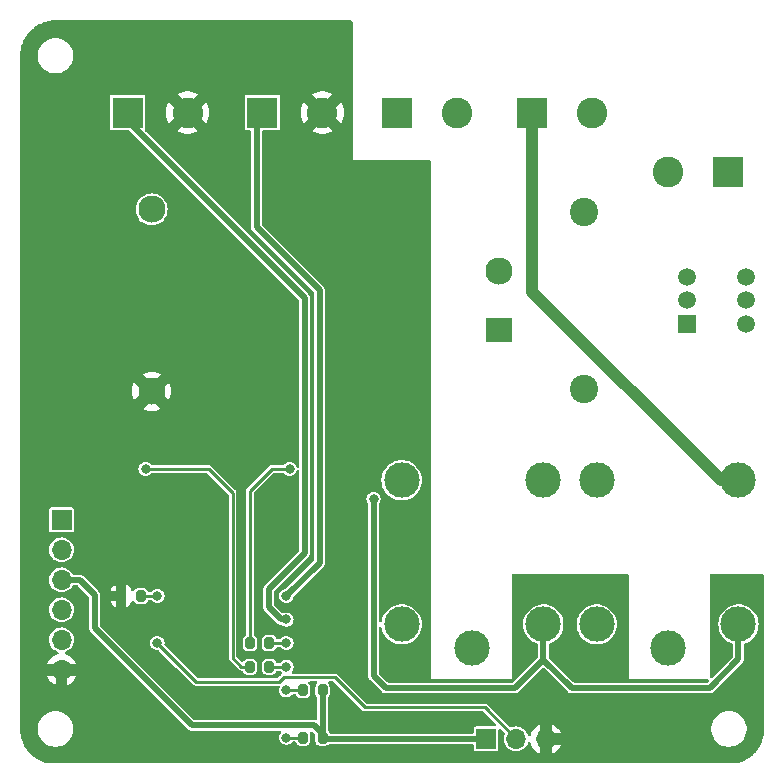
<source format=gbl>
G04 #@! TF.GenerationSoftware,KiCad,Pcbnew,7.0.8*
G04 #@! TF.CreationDate,2024-05-10T00:54:24-03:00*
G04 #@! TF.ProjectId,on_off_module_x2,6f6e5f6f-6666-45f6-9d6f-64756c655f78,1.0*
G04 #@! TF.SameCoordinates,Original*
G04 #@! TF.FileFunction,Copper,L2,Bot*
G04 #@! TF.FilePolarity,Positive*
%FSLAX46Y46*%
G04 Gerber Fmt 4.6, Leading zero omitted, Abs format (unit mm)*
G04 Created by KiCad (PCBNEW 7.0.8) date 2024-05-10 00:54:24*
%MOMM*%
%LPD*%
G01*
G04 APERTURE LIST*
G04 Aperture macros list*
%AMRoundRect*
0 Rectangle with rounded corners*
0 $1 Rounding radius*
0 $2 $3 $4 $5 $6 $7 $8 $9 X,Y pos of 4 corners*
0 Add a 4 corners polygon primitive as box body*
4,1,4,$2,$3,$4,$5,$6,$7,$8,$9,$2,$3,0*
0 Add four circle primitives for the rounded corners*
1,1,$1+$1,$2,$3*
1,1,$1+$1,$4,$5*
1,1,$1+$1,$6,$7*
1,1,$1+$1,$8,$9*
0 Add four rect primitives between the rounded corners*
20,1,$1+$1,$2,$3,$4,$5,0*
20,1,$1+$1,$4,$5,$6,$7,0*
20,1,$1+$1,$6,$7,$8,$9,0*
20,1,$1+$1,$8,$9,$2,$3,0*%
G04 Aperture macros list end*
G04 #@! TA.AperFunction,ComponentPad*
%ADD10R,2.600000X2.600000*%
G04 #@! TD*
G04 #@! TA.AperFunction,ComponentPad*
%ADD11C,2.600000*%
G04 #@! TD*
G04 #@! TA.AperFunction,ComponentPad*
%ADD12R,1.700000X1.700000*%
G04 #@! TD*
G04 #@! TA.AperFunction,ComponentPad*
%ADD13O,1.700000X1.700000*%
G04 #@! TD*
G04 #@! TA.AperFunction,ComponentPad*
%ADD14C,3.000000*%
G04 #@! TD*
G04 #@! TA.AperFunction,ComponentPad*
%ADD15C,2.400000*%
G04 #@! TD*
G04 #@! TA.AperFunction,ComponentPad*
%ADD16C,2.300000*%
G04 #@! TD*
G04 #@! TA.AperFunction,ComponentPad*
%ADD17R,2.300000X2.000000*%
G04 #@! TD*
G04 #@! TA.AperFunction,ComponentPad*
%ADD18C,1.500000*%
G04 #@! TD*
G04 #@! TA.AperFunction,ComponentPad*
%ADD19R,1.500000X1.500000*%
G04 #@! TD*
G04 #@! TA.AperFunction,SMDPad,CuDef*
%ADD20RoundRect,0.200000X-0.200000X-0.275000X0.200000X-0.275000X0.200000X0.275000X-0.200000X0.275000X0*%
G04 #@! TD*
G04 #@! TA.AperFunction,SMDPad,CuDef*
%ADD21RoundRect,0.200000X0.200000X0.275000X-0.200000X0.275000X-0.200000X-0.275000X0.200000X-0.275000X0*%
G04 #@! TD*
G04 #@! TA.AperFunction,ViaPad*
%ADD22C,0.800000*%
G04 #@! TD*
G04 #@! TA.AperFunction,Conductor*
%ADD23C,0.500000*%
G04 #@! TD*
G04 #@! TA.AperFunction,Conductor*
%ADD24C,0.250000*%
G04 #@! TD*
G04 #@! TA.AperFunction,Conductor*
%ADD25C,1.000000*%
G04 #@! TD*
G04 APERTURE END LIST*
D10*
X160467200Y-67295054D03*
D11*
X165547200Y-67295054D03*
D10*
X149037200Y-67295054D03*
D11*
X154117200Y-67295054D03*
D10*
X137607200Y-67295054D03*
D11*
X142687200Y-67295054D03*
X131262200Y-67295054D03*
D10*
X126182200Y-67295054D03*
D12*
X156540200Y-120323754D03*
D13*
X159080200Y-120323754D03*
X161620200Y-120323754D03*
D14*
X171907200Y-112625755D03*
X165907200Y-98425755D03*
X177907200Y-98425755D03*
X177907200Y-110625755D03*
X165907200Y-110625755D03*
X155390200Y-112625754D03*
X149390200Y-98425754D03*
X161390200Y-98425754D03*
X161390200Y-110625754D03*
X149390200Y-110625754D03*
D12*
X120599200Y-101781754D03*
D13*
X120599200Y-104321754D03*
X120599200Y-106861754D03*
X120599200Y-109401754D03*
X120599200Y-111941754D03*
X120599200Y-114481754D03*
D11*
X171907200Y-72317754D03*
D10*
X176987200Y-72317754D03*
D15*
X164795200Y-75695054D03*
X164795200Y-90695054D03*
D16*
X128219200Y-75495054D03*
X128219200Y-90895054D03*
X157619200Y-80695054D03*
D17*
X157619200Y-85695054D03*
D18*
X178511200Y-81195054D03*
X178511200Y-83195054D03*
X178511200Y-85195054D03*
X173511200Y-81195054D03*
X173511200Y-83195054D03*
D19*
X173511200Y-85195054D03*
D20*
X138188200Y-114211600D03*
X136538200Y-114211600D03*
X136538200Y-112211602D03*
X138188200Y-112211602D03*
D21*
X142698200Y-120211600D03*
X141048200Y-120211600D03*
X127298200Y-108211606D03*
X125648200Y-108211606D03*
X142698200Y-116211607D03*
X141048200Y-116211607D03*
D22*
X147015200Y-100003754D03*
X118807199Y-87938754D03*
X121488200Y-67701054D03*
X122551200Y-97129754D03*
X144968201Y-109147754D03*
X119469900Y-79843754D03*
X164787200Y-119053754D03*
X127711200Y-100003754D03*
X139903200Y-100003754D03*
X128712199Y-106749602D03*
X148270200Y-119053754D03*
X139634200Y-110211602D03*
X139634200Y-108211600D03*
X139634201Y-116211607D03*
X139634200Y-120211600D03*
X128712199Y-108211606D03*
X128712199Y-112211602D03*
X139903200Y-97463754D03*
X139634201Y-112211602D03*
X127711200Y-97463754D03*
X139634201Y-114211600D03*
D23*
X142810354Y-120323754D02*
X142698200Y-120211600D01*
X156540200Y-120323754D02*
X142810354Y-120323754D01*
D24*
X156413200Y-117656754D02*
X159080200Y-120323754D01*
X139395200Y-115116754D02*
X143713200Y-115116754D01*
X139025347Y-115486607D02*
X139395200Y-115116754D01*
X131987204Y-115486607D02*
X139025347Y-115486607D01*
X146253200Y-117656754D02*
X156413200Y-117656754D01*
X128712199Y-112211602D02*
X131987204Y-115486607D01*
X143713200Y-115116754D02*
X146253200Y-117656754D01*
D23*
X123393200Y-108131754D02*
X122123200Y-106861754D01*
X131648200Y-119180754D02*
X123393200Y-110925754D01*
X141935200Y-119180754D02*
X131648200Y-119180754D01*
X123393200Y-110925754D02*
X123393200Y-108131754D01*
X142698200Y-119943754D02*
X141935200Y-119180754D01*
X122123200Y-106861754D02*
X120599200Y-106861754D01*
X142698200Y-120211600D02*
X142698200Y-119943754D01*
X142698200Y-116211607D02*
X142698200Y-120211600D01*
D25*
X160467200Y-82467754D02*
X176425201Y-98425755D01*
X176425201Y-98425755D02*
X177907200Y-98425755D01*
X160467200Y-67295054D02*
X160467200Y-82467754D01*
D23*
X137109200Y-67793054D02*
X137607200Y-67295054D01*
X137109200Y-77016754D02*
X137109200Y-67793054D01*
X142443200Y-82350754D02*
X137109200Y-77016754D01*
X142443200Y-105402600D02*
X142443200Y-82350754D01*
X139634200Y-108211600D02*
X142443200Y-105402600D01*
X126182200Y-67994754D02*
X126182200Y-67295054D01*
X141173200Y-82985754D02*
X126182200Y-67994754D01*
X138125200Y-109147754D02*
X138125200Y-107623754D01*
X138125200Y-107623754D02*
X141173200Y-104575754D01*
X141173200Y-104575754D02*
X141173200Y-82985754D01*
X139189048Y-110211602D02*
X138125200Y-109147754D01*
X139634200Y-110211602D02*
X139189048Y-110211602D01*
X175463200Y-116005754D02*
X163779200Y-116005754D01*
X163779200Y-116005754D02*
X161390200Y-113616754D01*
X161390200Y-113616754D02*
X161390200Y-110625754D01*
X177907200Y-113561754D02*
X175463200Y-116005754D01*
X159001200Y-116005754D02*
X161390200Y-113616754D01*
X147015200Y-100003754D02*
X147015200Y-114989754D01*
X147015200Y-114989754D02*
X148031200Y-116005754D01*
X148031200Y-116005754D02*
X159001200Y-116005754D01*
X177907200Y-110625755D02*
X177907200Y-113561754D01*
X131521200Y-66729754D02*
X131521200Y-66685054D01*
D24*
X139634201Y-116211607D02*
X141048200Y-116211607D01*
X141048200Y-120211600D02*
X139634200Y-120211600D01*
X127298199Y-108211606D02*
X128712199Y-108211606D01*
X136538200Y-99304754D02*
X136538200Y-112211602D01*
X138379200Y-97463754D02*
X136538200Y-99304754D01*
X139903200Y-97463754D02*
X138379200Y-97463754D01*
X138188200Y-112211602D02*
X139634201Y-112211602D01*
X139634203Y-112211605D02*
X139634201Y-112211602D01*
X127711200Y-97463754D02*
X133045200Y-97463754D01*
X135077200Y-99495754D02*
X135077200Y-113465754D01*
X135077200Y-113465754D02*
X135823046Y-114211600D01*
X135823046Y-114211600D02*
X136538200Y-114211600D01*
X133045200Y-97463754D02*
X135077200Y-99495754D01*
X138188200Y-114211600D02*
X139634201Y-114211600D01*
G04 #@! TA.AperFunction,Conductor*
G36*
X143594051Y-115461939D02*
G01*
X143614693Y-115478573D01*
X146011068Y-117874949D01*
X146014723Y-117878938D01*
X146040741Y-117909944D01*
X146040742Y-117909945D01*
X146040745Y-117909948D01*
X146069587Y-117926599D01*
X146075804Y-117930189D01*
X146080354Y-117933087D01*
X146113516Y-117956307D01*
X146113518Y-117956307D01*
X146113519Y-117956308D01*
X146118368Y-117958569D01*
X146135147Y-117965519D01*
X146140152Y-117967341D01*
X146140153Y-117967341D01*
X146140155Y-117967342D01*
X146180029Y-117974372D01*
X146185292Y-117975540D01*
X146197107Y-117978705D01*
X146224393Y-117986017D01*
X146264710Y-117982489D01*
X146270112Y-117982254D01*
X156227012Y-117982254D01*
X156294051Y-118001939D01*
X156314693Y-118018573D01*
X157357693Y-119061573D01*
X157391178Y-119122896D01*
X157386194Y-119192588D01*
X157344322Y-119248521D01*
X157278858Y-119272938D01*
X157270012Y-119273254D01*
X155670447Y-119273254D01*
X155611970Y-119284885D01*
X155611969Y-119284886D01*
X155545647Y-119329201D01*
X155501332Y-119395523D01*
X155501331Y-119395524D01*
X155489700Y-119454001D01*
X155489700Y-119749254D01*
X155470015Y-119816293D01*
X155417211Y-119862048D01*
X155365700Y-119873254D01*
X143391403Y-119873254D01*
X143324364Y-119853569D01*
X143280919Y-119805550D01*
X143242872Y-119730881D01*
X143226250Y-119698258D01*
X143226247Y-119698255D01*
X143226245Y-119698252D01*
X143185019Y-119657026D01*
X143151534Y-119595703D01*
X143148700Y-119569345D01*
X143148700Y-116853861D01*
X143168385Y-116786822D01*
X143185020Y-116766179D01*
X143226246Y-116724953D01*
X143226250Y-116724949D01*
X143283846Y-116611911D01*
X143283846Y-116611909D01*
X143283847Y-116611908D01*
X143298699Y-116518131D01*
X143298700Y-116518126D01*
X143298699Y-115905089D01*
X143283846Y-115811303D01*
X143226250Y-115698265D01*
X143226246Y-115698261D01*
X143226245Y-115698259D01*
X143181921Y-115653935D01*
X143148436Y-115592612D01*
X143153420Y-115522920D01*
X143195292Y-115466987D01*
X143260756Y-115442570D01*
X143269602Y-115442254D01*
X143527012Y-115442254D01*
X143594051Y-115461939D01*
G37*
G04 #@! TD.AperFunction*
G04 #@! TA.AperFunction,Conductor*
G36*
X145180239Y-59502039D02*
G01*
X145225994Y-59554843D01*
X145237200Y-59606354D01*
X145237200Y-71301754D01*
X151717200Y-71301754D01*
X151784239Y-71321439D01*
X151829994Y-71374243D01*
X151841200Y-71425754D01*
X151841200Y-115243754D01*
X158699200Y-115243754D01*
X158699200Y-106477754D01*
X158718885Y-106410715D01*
X158771689Y-106364960D01*
X158823200Y-106353754D01*
X168481200Y-106353754D01*
X168548239Y-106373439D01*
X168593994Y-106426243D01*
X168605200Y-106477754D01*
X168605200Y-115243754D01*
X175288735Y-115243754D01*
X175355774Y-115263439D01*
X175401529Y-115316243D01*
X175411473Y-115385401D01*
X175382448Y-115448957D01*
X175376416Y-115455435D01*
X175312916Y-115518935D01*
X175251593Y-115552420D01*
X175225235Y-115555254D01*
X164017165Y-115555254D01*
X163950126Y-115535569D01*
X163929484Y-115518935D01*
X161877019Y-113466470D01*
X161843534Y-113405147D01*
X161840700Y-113378789D01*
X161840700Y-112357869D01*
X161860385Y-112290830D01*
X161913189Y-112245075D01*
X161928152Y-112239378D01*
X162013187Y-112213149D01*
X162013194Y-112213145D01*
X162013204Y-112213143D01*
X162242834Y-112102559D01*
X162453417Y-111958986D01*
X162640250Y-111785631D01*
X162799159Y-111586366D01*
X162926593Y-111365642D01*
X163019708Y-111128391D01*
X163076422Y-110879911D01*
X163095468Y-110625759D01*
X164201932Y-110625759D01*
X164220977Y-110879909D01*
X164263857Y-111067780D01*
X164277692Y-111128392D01*
X164370807Y-111365643D01*
X164498241Y-111586367D01*
X164657150Y-111785632D01*
X164843983Y-111958987D01*
X165054566Y-112102560D01*
X165054571Y-112102562D01*
X165054572Y-112102563D01*
X165054573Y-112102564D01*
X165148271Y-112147686D01*
X165284192Y-112213142D01*
X165284193Y-112213142D01*
X165284196Y-112213144D01*
X165527742Y-112288268D01*
X165779765Y-112326255D01*
X166034635Y-112326255D01*
X166286658Y-112288268D01*
X166530204Y-112213144D01*
X166759834Y-112102560D01*
X166970417Y-111958987D01*
X167157250Y-111785632D01*
X167316159Y-111586367D01*
X167443593Y-111365643D01*
X167536708Y-111128392D01*
X167593422Y-110879912D01*
X167605844Y-110714146D01*
X167612468Y-110625759D01*
X167612468Y-110625750D01*
X167593826Y-110376986D01*
X167593422Y-110371598D01*
X167536708Y-110123118D01*
X167443593Y-109885867D01*
X167316159Y-109665143D01*
X167157250Y-109465878D01*
X166970417Y-109292523D01*
X166759834Y-109148950D01*
X166759830Y-109148948D01*
X166759827Y-109148946D01*
X166759826Y-109148945D01*
X166530206Y-109038367D01*
X166530208Y-109038367D01*
X166286666Y-108963244D01*
X166286662Y-108963243D01*
X166286658Y-108963242D01*
X166165431Y-108944969D01*
X166034640Y-108925255D01*
X166034635Y-108925255D01*
X165779765Y-108925255D01*
X165779759Y-108925255D01*
X165622809Y-108948912D01*
X165527742Y-108963242D01*
X165527739Y-108963243D01*
X165527733Y-108963244D01*
X165284192Y-109038367D01*
X165054573Y-109148945D01*
X165054572Y-109148946D01*
X164843982Y-109292523D01*
X164657152Y-109465876D01*
X164657150Y-109465878D01*
X164498241Y-109665143D01*
X164370808Y-109885864D01*
X164277692Y-110123117D01*
X164277690Y-110123124D01*
X164220977Y-110371600D01*
X164201932Y-110625750D01*
X164201932Y-110625759D01*
X163095468Y-110625759D01*
X163095468Y-110625754D01*
X163095192Y-110622075D01*
X163076422Y-110371599D01*
X163075683Y-110368362D01*
X163019708Y-110123117D01*
X162926593Y-109885866D01*
X162799159Y-109665142D01*
X162640250Y-109465877D01*
X162453417Y-109292522D01*
X162242834Y-109148949D01*
X162242828Y-109148946D01*
X162242827Y-109148945D01*
X162242826Y-109148944D01*
X162013206Y-109038366D01*
X162013208Y-109038366D01*
X161769666Y-108963243D01*
X161769662Y-108963242D01*
X161769658Y-108963241D01*
X161648431Y-108944968D01*
X161517640Y-108925254D01*
X161517635Y-108925254D01*
X161262765Y-108925254D01*
X161262759Y-108925254D01*
X161105809Y-108948911D01*
X161010742Y-108963241D01*
X161010739Y-108963242D01*
X161010733Y-108963243D01*
X160767192Y-109038366D01*
X160537573Y-109148944D01*
X160537572Y-109148945D01*
X160326982Y-109292522D01*
X160140152Y-109465875D01*
X160140150Y-109465877D01*
X159981241Y-109665142D01*
X159853808Y-109885863D01*
X159760692Y-110123116D01*
X159760690Y-110123123D01*
X159703977Y-110371599D01*
X159684932Y-110625749D01*
X159684932Y-110625758D01*
X159703977Y-110879908D01*
X159760690Y-111128384D01*
X159760692Y-111128391D01*
X159853807Y-111365642D01*
X159981241Y-111586366D01*
X160140150Y-111785631D01*
X160326983Y-111958986D01*
X160537566Y-112102559D01*
X160537571Y-112102561D01*
X160537572Y-112102562D01*
X160537573Y-112102563D01*
X160631277Y-112147688D01*
X160767196Y-112213143D01*
X160767201Y-112213144D01*
X160767212Y-112213149D01*
X160852248Y-112239378D01*
X160910508Y-112277947D01*
X160938666Y-112341891D01*
X160939700Y-112357869D01*
X160939700Y-113378789D01*
X160920015Y-113445828D01*
X160903381Y-113466470D01*
X158850916Y-115518935D01*
X158789593Y-115552420D01*
X158763235Y-115555254D01*
X148269166Y-115555254D01*
X148202127Y-115535569D01*
X148181485Y-115518935D01*
X147502019Y-114839469D01*
X147468534Y-114778146D01*
X147465700Y-114751788D01*
X147465700Y-110936479D01*
X147485385Y-110869440D01*
X147538189Y-110823685D01*
X147607347Y-110813741D01*
X147670903Y-110842766D01*
X147708677Y-110901544D01*
X147710591Y-110908886D01*
X147760690Y-111128384D01*
X147760692Y-111128391D01*
X147853807Y-111365642D01*
X147981241Y-111586366D01*
X148140150Y-111785631D01*
X148326983Y-111958986D01*
X148537566Y-112102559D01*
X148537571Y-112102561D01*
X148537572Y-112102562D01*
X148537573Y-112102563D01*
X148631273Y-112147686D01*
X148767192Y-112213141D01*
X148767193Y-112213141D01*
X148767196Y-112213143D01*
X149010742Y-112288267D01*
X149262765Y-112326254D01*
X149517635Y-112326254D01*
X149769658Y-112288267D01*
X150013204Y-112213143D01*
X150242834Y-112102559D01*
X150453417Y-111958986D01*
X150640250Y-111785631D01*
X150799159Y-111586366D01*
X150926593Y-111365642D01*
X151019708Y-111128391D01*
X151076422Y-110879911D01*
X151095468Y-110625754D01*
X151095192Y-110622075D01*
X151076422Y-110371599D01*
X151075683Y-110368362D01*
X151019708Y-110123117D01*
X150926593Y-109885866D01*
X150799159Y-109665142D01*
X150640250Y-109465877D01*
X150453417Y-109292522D01*
X150242834Y-109148949D01*
X150242828Y-109148946D01*
X150242827Y-109148945D01*
X150242826Y-109148944D01*
X150013206Y-109038366D01*
X150013208Y-109038366D01*
X149769666Y-108963243D01*
X149769662Y-108963242D01*
X149769658Y-108963241D01*
X149648431Y-108944968D01*
X149517640Y-108925254D01*
X149517635Y-108925254D01*
X149262765Y-108925254D01*
X149262759Y-108925254D01*
X149105809Y-108948911D01*
X149010742Y-108963241D01*
X149010739Y-108963242D01*
X149010733Y-108963243D01*
X148767192Y-109038366D01*
X148537573Y-109148944D01*
X148537572Y-109148945D01*
X148326982Y-109292522D01*
X148140152Y-109465875D01*
X148140150Y-109465877D01*
X147981241Y-109665142D01*
X147853808Y-109885863D01*
X147760692Y-110123116D01*
X147760690Y-110123123D01*
X147710591Y-110342621D01*
X147676482Y-110403599D01*
X147614821Y-110436457D01*
X147545184Y-110430762D01*
X147489680Y-110388322D01*
X147465932Y-110322612D01*
X147465700Y-110315028D01*
X147465700Y-100445173D01*
X147485385Y-100378134D01*
X147491324Y-100369687D01*
X147507292Y-100348875D01*
X147539736Y-100306595D01*
X147600244Y-100160516D01*
X147620882Y-100003754D01*
X147607559Y-99902559D01*
X147600244Y-99846993D01*
X147600244Y-99846992D01*
X147539736Y-99700913D01*
X147443482Y-99575472D01*
X147318041Y-99479218D01*
X147288416Y-99466947D01*
X147171962Y-99418710D01*
X147171960Y-99418709D01*
X147015201Y-99398072D01*
X147015199Y-99398072D01*
X146858439Y-99418709D01*
X146858437Y-99418710D01*
X146712360Y-99479217D01*
X146586918Y-99575472D01*
X146490663Y-99700914D01*
X146430156Y-99846991D01*
X146430155Y-99846993D01*
X146409518Y-100003752D01*
X146409518Y-100003755D01*
X146430155Y-100160514D01*
X146430157Y-100160519D01*
X146490661Y-100306590D01*
X146490664Y-100306595D01*
X146539076Y-100369687D01*
X146564270Y-100434856D01*
X146564700Y-100445173D01*
X146564700Y-114960971D01*
X146564310Y-114967909D01*
X146562924Y-114980208D01*
X146559929Y-115006788D01*
X146570988Y-115065233D01*
X146579852Y-115124044D01*
X146582362Y-115132181D01*
X146585178Y-115140229D01*
X146612977Y-115192826D01*
X146638776Y-115246398D01*
X146643562Y-115253419D01*
X146648631Y-115260286D01*
X146648634Y-115260292D01*
X146648638Y-115260296D01*
X146690695Y-115302353D01*
X146731147Y-115345950D01*
X146738410Y-115351742D01*
X146737889Y-115352395D01*
X146750130Y-115361788D01*
X147692290Y-116303947D01*
X147696926Y-116309134D01*
X147721321Y-116339724D01*
X147721321Y-116339725D01*
X147770471Y-116373234D01*
X147818318Y-116408547D01*
X147825854Y-116412530D01*
X147833519Y-116416221D01*
X147833527Y-116416226D01*
X147890374Y-116433760D01*
X147890377Y-116433761D01*
X147946497Y-116453399D01*
X147946499Y-116453399D01*
X147946501Y-116453400D01*
X147946502Y-116453400D01*
X147954879Y-116454984D01*
X147963296Y-116456253D01*
X147963298Y-116456254D01*
X148022774Y-116456254D01*
X148082209Y-116458478D01*
X148082209Y-116458477D01*
X148082210Y-116458478D01*
X148082210Y-116458477D01*
X148091444Y-116457438D01*
X148091537Y-116458267D01*
X148106836Y-116456254D01*
X158972417Y-116456254D01*
X158979355Y-116456643D01*
X159011250Y-116460237D01*
X159018234Y-116461024D01*
X159018234Y-116461023D01*
X159018235Y-116461024D01*
X159076679Y-116449965D01*
X159135487Y-116441102D01*
X159135490Y-116441100D01*
X159143647Y-116438584D01*
X159151669Y-116435777D01*
X159151672Y-116435777D01*
X159204272Y-116407976D01*
X159257842Y-116382179D01*
X159257842Y-116382178D01*
X159257844Y-116382178D01*
X159264895Y-116377370D01*
X159271738Y-116372320D01*
X159313799Y-116330258D01*
X159357394Y-116289809D01*
X159357396Y-116289804D01*
X159363187Y-116282544D01*
X159363843Y-116283067D01*
X159373232Y-116270824D01*
X161302518Y-114341537D01*
X161363841Y-114308053D01*
X161433533Y-114313037D01*
X161477880Y-114341538D01*
X163440290Y-116303947D01*
X163444926Y-116309134D01*
X163469321Y-116339724D01*
X163469321Y-116339725D01*
X163518471Y-116373234D01*
X163566318Y-116408547D01*
X163573865Y-116412535D01*
X163581522Y-116416222D01*
X163581527Y-116416226D01*
X163638372Y-116433760D01*
X163694500Y-116453400D01*
X163694505Y-116453400D01*
X163702898Y-116454988D01*
X163711295Y-116456254D01*
X163711298Y-116456254D01*
X163770773Y-116456254D01*
X163830209Y-116458478D01*
X163830209Y-116458477D01*
X163830210Y-116458478D01*
X163830210Y-116458477D01*
X163839443Y-116457438D01*
X163839536Y-116458267D01*
X163854836Y-116456254D01*
X175434417Y-116456254D01*
X175441355Y-116456643D01*
X175473250Y-116460237D01*
X175480234Y-116461024D01*
X175480234Y-116461023D01*
X175480235Y-116461024D01*
X175538679Y-116449965D01*
X175597487Y-116441102D01*
X175597490Y-116441100D01*
X175605647Y-116438584D01*
X175613669Y-116435777D01*
X175613672Y-116435777D01*
X175666272Y-116407976D01*
X175719842Y-116382179D01*
X175719842Y-116382178D01*
X175719844Y-116382178D01*
X175726895Y-116377370D01*
X175733738Y-116372320D01*
X175775799Y-116330258D01*
X175819394Y-116289809D01*
X175819396Y-116289804D01*
X175825187Y-116282544D01*
X175825843Y-116283067D01*
X175835232Y-116270824D01*
X178205405Y-113900650D01*
X178210573Y-113896031D01*
X178241170Y-113871633D01*
X178274680Y-113822482D01*
X178309993Y-113774636D01*
X178309994Y-113774633D01*
X178313987Y-113767078D01*
X178317670Y-113759430D01*
X178317670Y-113759429D01*
X178317672Y-113759427D01*
X178335207Y-113702576D01*
X178354846Y-113646453D01*
X178356432Y-113638065D01*
X178357700Y-113629658D01*
X178357700Y-113570180D01*
X178359924Y-113510746D01*
X178358884Y-113501515D01*
X178359713Y-113501421D01*
X178357700Y-113486120D01*
X178357700Y-112357870D01*
X178377385Y-112290831D01*
X178430189Y-112245076D01*
X178445152Y-112239379D01*
X178530187Y-112213150D01*
X178530194Y-112213146D01*
X178530204Y-112213144D01*
X178759834Y-112102560D01*
X178970417Y-111958987D01*
X179157250Y-111785632D01*
X179316159Y-111586367D01*
X179443593Y-111365643D01*
X179536708Y-111128392D01*
X179593422Y-110879912D01*
X179605844Y-110714146D01*
X179612468Y-110625759D01*
X179612468Y-110625750D01*
X179593826Y-110376986D01*
X179593422Y-110371598D01*
X179536708Y-110123118D01*
X179443593Y-109885867D01*
X179316159Y-109665143D01*
X179157250Y-109465878D01*
X178970417Y-109292523D01*
X178759834Y-109148950D01*
X178759830Y-109148948D01*
X178759827Y-109148946D01*
X178759826Y-109148945D01*
X178530206Y-109038367D01*
X178530208Y-109038367D01*
X178286666Y-108963244D01*
X178286662Y-108963243D01*
X178286658Y-108963242D01*
X178165431Y-108944969D01*
X178034640Y-108925255D01*
X178034635Y-108925255D01*
X177779765Y-108925255D01*
X177779759Y-108925255D01*
X177622809Y-108948912D01*
X177527742Y-108963242D01*
X177527739Y-108963243D01*
X177527733Y-108963244D01*
X177284192Y-109038367D01*
X177054573Y-109148945D01*
X177054572Y-109148946D01*
X176843982Y-109292523D01*
X176657152Y-109465876D01*
X176657150Y-109465878D01*
X176498241Y-109665143D01*
X176370808Y-109885864D01*
X176277692Y-110123117D01*
X176277690Y-110123124D01*
X176220977Y-110371600D01*
X176201932Y-110625750D01*
X176201932Y-110625759D01*
X176220977Y-110879909D01*
X176263857Y-111067780D01*
X176277692Y-111128392D01*
X176370807Y-111365643D01*
X176498241Y-111586367D01*
X176657150Y-111785632D01*
X176843983Y-111958987D01*
X177054566Y-112102560D01*
X177054571Y-112102562D01*
X177054572Y-112102563D01*
X177054573Y-112102564D01*
X177148275Y-112147688D01*
X177284196Y-112213144D01*
X177284201Y-112213145D01*
X177284212Y-112213150D01*
X177369248Y-112239379D01*
X177427508Y-112277948D01*
X177455666Y-112341892D01*
X177456700Y-112357870D01*
X177456700Y-113323788D01*
X177437015Y-113390827D01*
X177420381Y-113411469D01*
X175674881Y-115156969D01*
X175613558Y-115190454D01*
X175543866Y-115185470D01*
X175487933Y-115143598D01*
X175463516Y-115078134D01*
X175463200Y-115069288D01*
X175463200Y-106477754D01*
X175482885Y-106410715D01*
X175535689Y-106364960D01*
X175587200Y-106353754D01*
X179911200Y-106353754D01*
X179978239Y-106373439D01*
X180023994Y-106426243D01*
X180035200Y-106477754D01*
X180035200Y-120026270D01*
X180033448Y-120047041D01*
X180021150Y-120119417D01*
X180019913Y-120125081D01*
X179977891Y-120281912D01*
X179934388Y-120432918D01*
X179932692Y-120437975D01*
X179874177Y-120590414D01*
X179814222Y-120735156D01*
X179812184Y-120739578D01*
X179737800Y-120885566D01*
X179662073Y-121022584D01*
X179659806Y-121026362D01*
X179570346Y-121164118D01*
X179479713Y-121291853D01*
X179477330Y-121294994D01*
X179374743Y-121421677D01*
X179372789Y-121423973D01*
X179269258Y-121539822D01*
X179266869Y-121542350D01*
X179151680Y-121657538D01*
X179149152Y-121659928D01*
X179033178Y-121763567D01*
X179030883Y-121765520D01*
X178904405Y-121867940D01*
X178901263Y-121870322D01*
X178815083Y-121931469D01*
X178773151Y-121961220D01*
X178765709Y-121966053D01*
X178635842Y-122050387D01*
X178632064Y-122052654D01*
X178494378Y-122128748D01*
X178349133Y-122202753D01*
X178344710Y-122204792D01*
X178198808Y-122265224D01*
X178047591Y-122323270D01*
X178042533Y-122324966D01*
X177952481Y-122350908D01*
X177918155Y-122355754D01*
X119264435Y-122355754D01*
X119230109Y-122350908D01*
X119138904Y-122324634D01*
X119133847Y-122322939D01*
X118986796Y-122266495D01*
X118836624Y-122204295D01*
X118832201Y-122202256D01*
X118690527Y-122130073D01*
X118549148Y-122051939D01*
X118545385Y-122049681D01*
X118471631Y-122001786D01*
X118411231Y-121962562D01*
X118279866Y-121869357D01*
X118276725Y-121866974D01*
X118153107Y-121766871D01*
X118150812Y-121764918D01*
X118031935Y-121658686D01*
X118029407Y-121656296D01*
X117916767Y-121543657D01*
X117914378Y-121541129D01*
X117808258Y-121422382D01*
X117806305Y-121420086D01*
X117741542Y-121340112D01*
X117706020Y-121296245D01*
X117703656Y-121293128D01*
X117632969Y-121193504D01*
X117610696Y-121162113D01*
X117523308Y-121027545D01*
X117521041Y-121023767D01*
X117451672Y-120898254D01*
X117443275Y-120883061D01*
X117399244Y-120796643D01*
X117370711Y-120740641D01*
X117368674Y-120736221D01*
X117341275Y-120670074D01*
X117306963Y-120587236D01*
X117250037Y-120438931D01*
X117248341Y-120433874D01*
X117203315Y-120277580D01*
X117203184Y-120277093D01*
X117162675Y-120125900D01*
X117161451Y-120120293D01*
X117133564Y-119956155D01*
X117109668Y-119805254D01*
X117109007Y-119799076D01*
X117098531Y-119612478D01*
X117098204Y-119606243D01*
X118590700Y-119606243D01*
X118597363Y-119646171D01*
X118631629Y-119851524D01*
X118712369Y-120086710D01*
X118712372Y-120086719D01*
X118830724Y-120305414D01*
X118830726Y-120305417D01*
X118983462Y-120501652D01*
X119103228Y-120611904D01*
X119166417Y-120670074D01*
X119374593Y-120806081D01*
X119602318Y-120905971D01*
X119843371Y-120967014D01*
X119843379Y-120967016D01*
X119843381Y-120967016D01*
X119843386Y-120967017D01*
X119976576Y-120978053D01*
X120029133Y-120982408D01*
X120029135Y-120982408D01*
X120153265Y-120982408D01*
X120153267Y-120982408D01*
X120214484Y-120977335D01*
X120339013Y-120967017D01*
X120339016Y-120967016D01*
X120339021Y-120967016D01*
X120580081Y-120905971D01*
X120807807Y-120806081D01*
X121015985Y-120670072D01*
X121198938Y-120501652D01*
X121351674Y-120305417D01*
X121470028Y-120086718D01*
X121550771Y-119851522D01*
X121591700Y-119606243D01*
X121591700Y-119357573D01*
X121550771Y-119112294D01*
X121470028Y-118877098D01*
X121351674Y-118658399D01*
X121198938Y-118462164D01*
X121015985Y-118293744D01*
X121015982Y-118293741D01*
X120807806Y-118157734D01*
X120580081Y-118057844D01*
X120339024Y-117996800D01*
X120339013Y-117996798D01*
X120173748Y-117983105D01*
X120153267Y-117981408D01*
X120029133Y-117981408D01*
X120009721Y-117983016D01*
X119843386Y-117996798D01*
X119843375Y-117996800D01*
X119602318Y-118057844D01*
X119374593Y-118157734D01*
X119166417Y-118293741D01*
X118983461Y-118462165D01*
X118830724Y-118658401D01*
X118712372Y-118877096D01*
X118712369Y-118877105D01*
X118631629Y-119112291D01*
X118608897Y-119248521D01*
X118590700Y-119357573D01*
X118590700Y-119606243D01*
X117098204Y-119606243D01*
X117094048Y-119526903D01*
X117091784Y-119483689D01*
X117091700Y-119480450D01*
X117091700Y-114981754D01*
X119342793Y-114981754D01*
X119425598Y-115159330D01*
X119561094Y-115352836D01*
X119728117Y-115519859D01*
X119921622Y-115655354D01*
X119921624Y-115655355D01*
X120099199Y-115738159D01*
X120099200Y-115738159D01*
X120099200Y-114981754D01*
X119342793Y-114981754D01*
X117091700Y-114981754D01*
X117091700Y-113981754D01*
X119342794Y-113981754D01*
X120563437Y-113981754D01*
X120456885Y-113997074D01*
X120326100Y-114056802D01*
X120217439Y-114150956D01*
X120139707Y-114271910D01*
X120099200Y-114409865D01*
X120099200Y-114553643D01*
X120139707Y-114691598D01*
X120217439Y-114812552D01*
X120326100Y-114906706D01*
X120456885Y-114966434D01*
X120563437Y-114981754D01*
X120634963Y-114981754D01*
X121099200Y-114981754D01*
X121099200Y-115738159D01*
X121276775Y-115655355D01*
X121276777Y-115655354D01*
X121470282Y-115519859D01*
X121637305Y-115352836D01*
X121772801Y-115159330D01*
X121855606Y-114981754D01*
X121099200Y-114981754D01*
X120634963Y-114981754D01*
X120741515Y-114966434D01*
X120872300Y-114906706D01*
X120980961Y-114812552D01*
X121058693Y-114691598D01*
X121099200Y-114553643D01*
X121099200Y-114409865D01*
X121058693Y-114271910D01*
X120980961Y-114150956D01*
X120872300Y-114056802D01*
X120741515Y-113997074D01*
X120634963Y-113981754D01*
X121855606Y-113981754D01*
X121855605Y-113981753D01*
X121772799Y-113804175D01*
X121772797Y-113804171D01*
X121637313Y-113610680D01*
X121637308Y-113610674D01*
X121470282Y-113443648D01*
X121276778Y-113308153D01*
X121062692Y-113208324D01*
X121062686Y-113208321D01*
X120940549Y-113175595D01*
X120880889Y-113139230D01*
X120850360Y-113076383D01*
X120858655Y-113007007D01*
X120903140Y-112953129D01*
X120936644Y-112937161D01*
X121003154Y-112916986D01*
X121185650Y-112819439D01*
X121345610Y-112688164D01*
X121476885Y-112528204D01*
X121574432Y-112345708D01*
X121634500Y-112147688D01*
X121654783Y-111941754D01*
X121634500Y-111735820D01*
X121574432Y-111537800D01*
X121476885Y-111355304D01*
X121416684Y-111281948D01*
X121345610Y-111195343D01*
X121200463Y-111076226D01*
X121185650Y-111064069D01*
X121003154Y-110966522D01*
X120805134Y-110906454D01*
X120805132Y-110906453D01*
X120805134Y-110906453D01*
X120599200Y-110886171D01*
X120393267Y-110906453D01*
X120195243Y-110966523D01*
X120085098Y-111025397D01*
X120012750Y-111064069D01*
X120012748Y-111064070D01*
X120012747Y-111064071D01*
X119852789Y-111195343D01*
X119721517Y-111355301D01*
X119721515Y-111355304D01*
X119715989Y-111365643D01*
X119623969Y-111537797D01*
X119563899Y-111735821D01*
X119543617Y-111941754D01*
X119563899Y-112147686D01*
X119591714Y-112239379D01*
X119623968Y-112345708D01*
X119721515Y-112528204D01*
X119742694Y-112554011D01*
X119852789Y-112688164D01*
X119949409Y-112767456D01*
X120012750Y-112819439D01*
X120195246Y-112916986D01*
X120261751Y-112937159D01*
X120320189Y-112975456D01*
X120348646Y-113039268D01*
X120338087Y-113108335D01*
X120291863Y-113160729D01*
X120257850Y-113175595D01*
X120135714Y-113208321D01*
X120135707Y-113208324D01*
X119921622Y-113308153D01*
X119921620Y-113308154D01*
X119728126Y-113443640D01*
X119728120Y-113443645D01*
X119561091Y-113610674D01*
X119561086Y-113610680D01*
X119425602Y-113804171D01*
X119425600Y-113804175D01*
X119342794Y-113981753D01*
X119342794Y-113981754D01*
X117091700Y-113981754D01*
X117091700Y-109401754D01*
X119543617Y-109401754D01*
X119563899Y-109607686D01*
X119583269Y-109671540D01*
X119623968Y-109805708D01*
X119721515Y-109988204D01*
X119721517Y-109988206D01*
X119852789Y-110148164D01*
X119930087Y-110211600D01*
X120012750Y-110279439D01*
X120195246Y-110376986D01*
X120393266Y-110437054D01*
X120393265Y-110437054D01*
X120411729Y-110438872D01*
X120599200Y-110457337D01*
X120805134Y-110437054D01*
X121003154Y-110376986D01*
X121185650Y-110279439D01*
X121345610Y-110148164D01*
X121476885Y-109988204D01*
X121574432Y-109805708D01*
X121634500Y-109607688D01*
X121654783Y-109401754D01*
X121634500Y-109195820D01*
X121574432Y-108997800D01*
X121476885Y-108815304D01*
X121411914Y-108736136D01*
X121345610Y-108655343D01*
X121225522Y-108556791D01*
X121185650Y-108524069D01*
X121003154Y-108426522D01*
X120805134Y-108366454D01*
X120805132Y-108366453D01*
X120805134Y-108366453D01*
X120599200Y-108346171D01*
X120393267Y-108366453D01*
X120195243Y-108426523D01*
X120085098Y-108485397D01*
X120012750Y-108524069D01*
X120012748Y-108524070D01*
X120012747Y-108524071D01*
X119852789Y-108655343D01*
X119721517Y-108815301D01*
X119623969Y-108997797D01*
X119563899Y-109195821D01*
X119543617Y-109401754D01*
X117091700Y-109401754D01*
X117091700Y-106861754D01*
X119543617Y-106861754D01*
X119563899Y-107067686D01*
X119563900Y-107067688D01*
X119623968Y-107265708D01*
X119721515Y-107448204D01*
X119721517Y-107448206D01*
X119852789Y-107608164D01*
X119933943Y-107674764D01*
X120012750Y-107739439D01*
X120195246Y-107836986D01*
X120393266Y-107897054D01*
X120393265Y-107897054D01*
X120411729Y-107898872D01*
X120599200Y-107917337D01*
X120805134Y-107897054D01*
X121003154Y-107836986D01*
X121185650Y-107739439D01*
X121345610Y-107608164D01*
X121476885Y-107448204D01*
X121492507Y-107418978D01*
X121514517Y-107377801D01*
X121563479Y-107327957D01*
X121623875Y-107312254D01*
X121885234Y-107312254D01*
X121952273Y-107331939D01*
X121972915Y-107348573D01*
X122906381Y-108282038D01*
X122939866Y-108343361D01*
X122942700Y-108369719D01*
X122942700Y-110896971D01*
X122942310Y-110903909D01*
X122942024Y-110906453D01*
X122937929Y-110942788D01*
X122948988Y-111001233D01*
X122957852Y-111060044D01*
X122960362Y-111068181D01*
X122963178Y-111076229D01*
X122990977Y-111128826D01*
X123016776Y-111182398D01*
X123021562Y-111189419D01*
X123026631Y-111196286D01*
X123026634Y-111196292D01*
X123026638Y-111196296D01*
X123068696Y-111238354D01*
X123109147Y-111281950D01*
X123116410Y-111287742D01*
X123115889Y-111288395D01*
X123128130Y-111297788D01*
X131309290Y-119478947D01*
X131313926Y-119484134D01*
X131338321Y-119514724D01*
X131338321Y-119514725D01*
X131387471Y-119548234D01*
X131435318Y-119583547D01*
X131442854Y-119587530D01*
X131450519Y-119591221D01*
X131450527Y-119591226D01*
X131507377Y-119608761D01*
X131563497Y-119628399D01*
X131563499Y-119628399D01*
X131563501Y-119628400D01*
X131563502Y-119628400D01*
X131571879Y-119629984D01*
X131580296Y-119631253D01*
X131580298Y-119631254D01*
X131639774Y-119631254D01*
X131699209Y-119633478D01*
X131699209Y-119633477D01*
X131699210Y-119633478D01*
X131699210Y-119633477D01*
X131708444Y-119632438D01*
X131708537Y-119633267D01*
X131723836Y-119631254D01*
X139071154Y-119631254D01*
X139138193Y-119650939D01*
X139183948Y-119703743D01*
X139193892Y-119772901D01*
X139169531Y-119830738D01*
X139145507Y-119862048D01*
X139109663Y-119908760D01*
X139049156Y-120054837D01*
X139049155Y-120054839D01*
X139028518Y-120211598D01*
X139028518Y-120211601D01*
X139049155Y-120368360D01*
X139049156Y-120368362D01*
X139104366Y-120501652D01*
X139109664Y-120514441D01*
X139205918Y-120639882D01*
X139331359Y-120736136D01*
X139477438Y-120796644D01*
X139549112Y-120806080D01*
X139634199Y-120817282D01*
X139634200Y-120817282D01*
X139634201Y-120817282D01*
X139686454Y-120810402D01*
X139790962Y-120796644D01*
X139937041Y-120736136D01*
X140062482Y-120639882D01*
X140104123Y-120585613D01*
X140160551Y-120544411D01*
X140202499Y-120537100D01*
X140348453Y-120537100D01*
X140415492Y-120556785D01*
X140458938Y-120604805D01*
X140462553Y-120611900D01*
X140462554Y-120611904D01*
X140520150Y-120724942D01*
X140520151Y-120724943D01*
X140520154Y-120724947D01*
X140609852Y-120814645D01*
X140609854Y-120814646D01*
X140609858Y-120814650D01*
X140722894Y-120872245D01*
X140722898Y-120872247D01*
X140816675Y-120887099D01*
X140816681Y-120887100D01*
X141279718Y-120887099D01*
X141373504Y-120872246D01*
X141486542Y-120814650D01*
X141576250Y-120724942D01*
X141633846Y-120611904D01*
X141633846Y-120611902D01*
X141633847Y-120611901D01*
X141648699Y-120518124D01*
X141648700Y-120518119D01*
X141648699Y-119905082D01*
X141648699Y-119905076D01*
X141638069Y-119837959D01*
X141647024Y-119768666D01*
X141692020Y-119715214D01*
X141758772Y-119694575D01*
X141826086Y-119713300D01*
X141848223Y-119730881D01*
X142061381Y-119944038D01*
X142094866Y-120005361D01*
X142097700Y-120031719D01*
X142097700Y-120518117D01*
X142104122Y-120558664D01*
X142112554Y-120611904D01*
X142170150Y-120724942D01*
X142170152Y-120724944D01*
X142170154Y-120724947D01*
X142259852Y-120814645D01*
X142259854Y-120814646D01*
X142259858Y-120814650D01*
X142372894Y-120872245D01*
X142372898Y-120872247D01*
X142466675Y-120887099D01*
X142466681Y-120887100D01*
X142929718Y-120887099D01*
X143023504Y-120872246D01*
X143136542Y-120814650D01*
X143136547Y-120814645D01*
X143140620Y-120810573D01*
X143201943Y-120777088D01*
X143228301Y-120774254D01*
X155365700Y-120774254D01*
X155432739Y-120793939D01*
X155478494Y-120846743D01*
X155489700Y-120898254D01*
X155489700Y-121193506D01*
X155501331Y-121251983D01*
X155501332Y-121251984D01*
X155545647Y-121318306D01*
X155611969Y-121362621D01*
X155611970Y-121362622D01*
X155670447Y-121374253D01*
X155670450Y-121374254D01*
X155670452Y-121374254D01*
X157409950Y-121374254D01*
X157409951Y-121374253D01*
X157424768Y-121371306D01*
X157468429Y-121362622D01*
X157468429Y-121362621D01*
X157468431Y-121362621D01*
X157534752Y-121318306D01*
X157579067Y-121251985D01*
X157579067Y-121251983D01*
X157579068Y-121251983D01*
X157589122Y-121201436D01*
X157590700Y-121193502D01*
X157590700Y-119593942D01*
X157610385Y-119526903D01*
X157663189Y-119481148D01*
X157732347Y-119471204D01*
X157795903Y-119500229D01*
X157802381Y-119506261D01*
X158078878Y-119782758D01*
X158112363Y-119844081D01*
X158107379Y-119913773D01*
X158105763Y-119917880D01*
X158104971Y-119919792D01*
X158104969Y-119919797D01*
X158104968Y-119919800D01*
X158082777Y-119992956D01*
X158044899Y-120117821D01*
X158024617Y-120323754D01*
X158044899Y-120529686D01*
X158053695Y-120558681D01*
X158104968Y-120727708D01*
X158202515Y-120910204D01*
X158202517Y-120910206D01*
X158333789Y-121070164D01*
X158392488Y-121118336D01*
X158493750Y-121201439D01*
X158676246Y-121298986D01*
X158874266Y-121359054D01*
X158874265Y-121359054D01*
X158892729Y-121360872D01*
X159080200Y-121379337D01*
X159286134Y-121359054D01*
X159484154Y-121298986D01*
X159666650Y-121201439D01*
X159826610Y-121070164D01*
X159957885Y-120910204D01*
X160055432Y-120727708D01*
X160075606Y-120661200D01*
X160113902Y-120602764D01*
X160177714Y-120574307D01*
X160246781Y-120584866D01*
X160299175Y-120631090D01*
X160314041Y-120665103D01*
X160346767Y-120787240D01*
X160346770Y-120787246D01*
X160446599Y-121001332D01*
X160582094Y-121194836D01*
X160749117Y-121361859D01*
X160942622Y-121497354D01*
X160942624Y-121497355D01*
X161120199Y-121580159D01*
X161120200Y-121580159D01*
X161120200Y-120395643D01*
X161160707Y-120533598D01*
X161238439Y-120654552D01*
X161347100Y-120748706D01*
X161477885Y-120808434D01*
X161584437Y-120823754D01*
X161655963Y-120823754D01*
X162120200Y-120823754D01*
X162120200Y-121580159D01*
X162297775Y-121497355D01*
X162297777Y-121497354D01*
X162491282Y-121361859D01*
X162658305Y-121194836D01*
X162793801Y-121001330D01*
X162876606Y-120823754D01*
X162120200Y-120823754D01*
X161655963Y-120823754D01*
X161762515Y-120808434D01*
X161893300Y-120748706D01*
X162001961Y-120654552D01*
X162079693Y-120533598D01*
X162120200Y-120395643D01*
X162120200Y-120251865D01*
X162079693Y-120113910D01*
X162001961Y-119992956D01*
X161893300Y-119898802D01*
X161762515Y-119839074D01*
X161655963Y-119823754D01*
X161584437Y-119823754D01*
X161477885Y-119839074D01*
X161347100Y-119898802D01*
X161238439Y-119992956D01*
X161160707Y-120113910D01*
X161120200Y-120251865D01*
X161120200Y-119067347D01*
X162120200Y-119067347D01*
X162120200Y-119823754D01*
X162876606Y-119823754D01*
X162876605Y-119823753D01*
X162793799Y-119646175D01*
X162793797Y-119646171D01*
X162765838Y-119606242D01*
X175590700Y-119606242D01*
X175599174Y-119657026D01*
X175631629Y-119851523D01*
X175712369Y-120086709D01*
X175712372Y-120086718D01*
X175805915Y-120259570D01*
X175830726Y-120305416D01*
X175983462Y-120501651D01*
X176103227Y-120611902D01*
X176166417Y-120670073D01*
X176374593Y-120806080D01*
X176602318Y-120905970D01*
X176619046Y-120910206D01*
X176843379Y-120967015D01*
X176843381Y-120967015D01*
X176843386Y-120967016D01*
X176976576Y-120978052D01*
X177029133Y-120982407D01*
X177029135Y-120982407D01*
X177153265Y-120982407D01*
X177153267Y-120982407D01*
X177214484Y-120977334D01*
X177339013Y-120967016D01*
X177339016Y-120967015D01*
X177339021Y-120967015D01*
X177580081Y-120905970D01*
X177807807Y-120806080D01*
X178015985Y-120670071D01*
X178198938Y-120501651D01*
X178351674Y-120305416D01*
X178470028Y-120086717D01*
X178550771Y-119851521D01*
X178591700Y-119606242D01*
X178591700Y-119357572D01*
X178550771Y-119112293D01*
X178470028Y-118877097D01*
X178351674Y-118658398D01*
X178198938Y-118462163D01*
X178015985Y-118293743D01*
X178015982Y-118293740D01*
X177807806Y-118157733D01*
X177580081Y-118057843D01*
X177339024Y-117996799D01*
X177339013Y-117996797D01*
X177173748Y-117983104D01*
X177153267Y-117981407D01*
X177029133Y-117981407D01*
X177009721Y-117983015D01*
X176843386Y-117996797D01*
X176843375Y-117996799D01*
X176602318Y-118057843D01*
X176374593Y-118157733D01*
X176166417Y-118293740D01*
X175983461Y-118462164D01*
X175830724Y-118658400D01*
X175712372Y-118877095D01*
X175712369Y-118877104D01*
X175631629Y-119112290D01*
X175596564Y-119322432D01*
X175590700Y-119357572D01*
X175590700Y-119606242D01*
X162765838Y-119606242D01*
X162658313Y-119452680D01*
X162658308Y-119452674D01*
X162491282Y-119285648D01*
X162297776Y-119150152D01*
X162120200Y-119067347D01*
X161120200Y-119067347D01*
X161120199Y-119067347D01*
X160942622Y-119150153D01*
X160942620Y-119150154D01*
X160749126Y-119285640D01*
X160749120Y-119285645D01*
X160582091Y-119452674D01*
X160582086Y-119452680D01*
X160446600Y-119646174D01*
X160446599Y-119646176D01*
X160346770Y-119860261D01*
X160346767Y-119860268D01*
X160314041Y-119982404D01*
X160277676Y-120042064D01*
X160214829Y-120072593D01*
X160145453Y-120064298D01*
X160091575Y-120019813D01*
X160075606Y-119986307D01*
X160055432Y-119919800D01*
X159957885Y-119737304D01*
X159892003Y-119657026D01*
X159826610Y-119577343D01*
X159676315Y-119454001D01*
X159666650Y-119446069D01*
X159484154Y-119348522D01*
X159286134Y-119288454D01*
X159286132Y-119288453D01*
X159286134Y-119288453D01*
X159080200Y-119268171D01*
X158874267Y-119288453D01*
X158765630Y-119321407D01*
X158676246Y-119348522D01*
X158676243Y-119348523D01*
X158676238Y-119348525D01*
X158674326Y-119349317D01*
X158673245Y-119349433D01*
X158670417Y-119350291D01*
X158670254Y-119349754D01*
X158604856Y-119356778D01*
X158542380Y-119325497D01*
X158539204Y-119322432D01*
X157678935Y-118462163D01*
X156655319Y-117438547D01*
X156651674Y-117434568D01*
X156625656Y-117403561D01*
X156625655Y-117403560D01*
X156614258Y-117396980D01*
X156590592Y-117383315D01*
X156586031Y-117380409D01*
X156572887Y-117371206D01*
X156552884Y-117357200D01*
X156552881Y-117357199D01*
X156548061Y-117354951D01*
X156531255Y-117347989D01*
X156526243Y-117346165D01*
X156486390Y-117339137D01*
X156481110Y-117337966D01*
X156442008Y-117327489D01*
X156407092Y-117330544D01*
X156401681Y-117331018D01*
X156396278Y-117331254D01*
X146439389Y-117331254D01*
X146372350Y-117311569D01*
X146351708Y-117294935D01*
X145781722Y-116724949D01*
X143955319Y-114898547D01*
X143951674Y-114894568D01*
X143925656Y-114863561D01*
X143925655Y-114863560D01*
X143906799Y-114852673D01*
X143890592Y-114843315D01*
X143886031Y-114840409D01*
X143872887Y-114831206D01*
X143852884Y-114817200D01*
X143852881Y-114817199D01*
X143848061Y-114814951D01*
X143831255Y-114807989D01*
X143826243Y-114806165D01*
X143786390Y-114799137D01*
X143781110Y-114797966D01*
X143742008Y-114787489D01*
X143707092Y-114790544D01*
X143701681Y-114791018D01*
X143696278Y-114791254D01*
X140197778Y-114791254D01*
X140130739Y-114771569D01*
X140084984Y-114718765D01*
X140075040Y-114649607D01*
X140099400Y-114591769D01*
X140158737Y-114514441D01*
X140219245Y-114368362D01*
X140239883Y-114211600D01*
X140219245Y-114054838D01*
X140158737Y-113908759D01*
X140062483Y-113783318D01*
X139937042Y-113687064D01*
X139915664Y-113678209D01*
X139790963Y-113626556D01*
X139790961Y-113626555D01*
X139634202Y-113605918D01*
X139634200Y-113605918D01*
X139477440Y-113626555D01*
X139477438Y-113626556D01*
X139331361Y-113687063D01*
X139205917Y-113783319D01*
X139164278Y-113837586D01*
X139107850Y-113878789D01*
X139065902Y-113886100D01*
X138887947Y-113886100D01*
X138820908Y-113866415D01*
X138777462Y-113818395D01*
X138773846Y-113811298D01*
X138773846Y-113811296D01*
X138716250Y-113698258D01*
X138716248Y-113698256D01*
X138716245Y-113698252D01*
X138626547Y-113608554D01*
X138626544Y-113608552D01*
X138626542Y-113608550D01*
X138549717Y-113569405D01*
X138513501Y-113550952D01*
X138419724Y-113536100D01*
X137956682Y-113536100D01*
X137875719Y-113548923D01*
X137862896Y-113550954D01*
X137749858Y-113608550D01*
X137749857Y-113608551D01*
X137749852Y-113608554D01*
X137660154Y-113698252D01*
X137660152Y-113698256D01*
X137660150Y-113698258D01*
X137656221Y-113705969D01*
X137602552Y-113811298D01*
X137587700Y-113905075D01*
X137587700Y-114518117D01*
X137598390Y-114585614D01*
X137602554Y-114611904D01*
X137660150Y-114724942D01*
X137660152Y-114724944D01*
X137660154Y-114724947D01*
X137749852Y-114814645D01*
X137749854Y-114814646D01*
X137749858Y-114814650D01*
X137845847Y-114863559D01*
X137862898Y-114872247D01*
X137956675Y-114887099D01*
X137956681Y-114887100D01*
X138419718Y-114887099D01*
X138513504Y-114872246D01*
X138626542Y-114814650D01*
X138716250Y-114724942D01*
X138773846Y-114611904D01*
X138773846Y-114611903D01*
X138777463Y-114604805D01*
X138825438Y-114554009D01*
X138887948Y-114537100D01*
X139065902Y-114537100D01*
X139132941Y-114556785D01*
X139164277Y-114585613D01*
X139205919Y-114639882D01*
X139215080Y-114646911D01*
X139256284Y-114703337D01*
X139260441Y-114773082D01*
X139226230Y-114834004D01*
X139201601Y-114852673D01*
X139182746Y-114863559D01*
X139182741Y-114863564D01*
X139156724Y-114894569D01*
X139153069Y-114898557D01*
X139090656Y-114960971D01*
X138926838Y-115124789D01*
X138865518Y-115158273D01*
X138839159Y-115161107D01*
X132173393Y-115161107D01*
X132106354Y-115141422D01*
X132085712Y-115124788D01*
X129344210Y-112383287D01*
X129310725Y-112321964D01*
X129308952Y-112279420D01*
X129310673Y-112266353D01*
X129317881Y-112211602D01*
X129297243Y-112054840D01*
X129236735Y-111908761D01*
X129140481Y-111783320D01*
X129015040Y-111687066D01*
X128962113Y-111665143D01*
X128868961Y-111626558D01*
X128868959Y-111626557D01*
X128712200Y-111605920D01*
X128712198Y-111605920D01*
X128555438Y-111626557D01*
X128555436Y-111626558D01*
X128409359Y-111687065D01*
X128283917Y-111783320D01*
X128187662Y-111908762D01*
X128127155Y-112054839D01*
X128127154Y-112054841D01*
X128106517Y-112211600D01*
X128106517Y-112211603D01*
X128127154Y-112368362D01*
X128127155Y-112368364D01*
X128187663Y-112514443D01*
X128283917Y-112639884D01*
X128409358Y-112736138D01*
X128555437Y-112796646D01*
X128583747Y-112800373D01*
X128712198Y-112817284D01*
X128712199Y-112817284D01*
X128712200Y-112817284D01*
X128747907Y-112812582D01*
X128780017Y-112808355D01*
X128849052Y-112819120D01*
X128883883Y-112843612D01*
X130328537Y-114288267D01*
X131745072Y-115704802D01*
X131748727Y-115708791D01*
X131774745Y-115739797D01*
X131774746Y-115739798D01*
X131774749Y-115739801D01*
X131803591Y-115756452D01*
X131809808Y-115760042D01*
X131814358Y-115762940D01*
X131847520Y-115786160D01*
X131847522Y-115786160D01*
X131847523Y-115786161D01*
X131852372Y-115788422D01*
X131869151Y-115795372D01*
X131874156Y-115797194D01*
X131874157Y-115797194D01*
X131874159Y-115797195D01*
X131914033Y-115804225D01*
X131919296Y-115805393D01*
X131931111Y-115808558D01*
X131958397Y-115815870D01*
X131998714Y-115812342D01*
X132004116Y-115812107D01*
X138964123Y-115812107D01*
X139031162Y-115831792D01*
X139076917Y-115884596D01*
X139086861Y-115953754D01*
X139078684Y-115983559D01*
X139049158Y-116054841D01*
X139049156Y-116054846D01*
X139028519Y-116211605D01*
X139028519Y-116211608D01*
X139049156Y-116368367D01*
X139049157Y-116368369D01*
X139109665Y-116514448D01*
X139205919Y-116639889D01*
X139331360Y-116736143D01*
X139477439Y-116796651D01*
X139555820Y-116806970D01*
X139634200Y-116817289D01*
X139634201Y-116817289D01*
X139634202Y-116817289D01*
X139686455Y-116810409D01*
X139790963Y-116796651D01*
X139937042Y-116736143D01*
X140062483Y-116639889D01*
X140104124Y-116585620D01*
X140160552Y-116544418D01*
X140202500Y-116537107D01*
X140348453Y-116537107D01*
X140415492Y-116556792D01*
X140458938Y-116604812D01*
X140462553Y-116611907D01*
X140462554Y-116611911D01*
X140520150Y-116724949D01*
X140520151Y-116724950D01*
X140520154Y-116724954D01*
X140609852Y-116814652D01*
X140609854Y-116814653D01*
X140609858Y-116814657D01*
X140722894Y-116872252D01*
X140722898Y-116872254D01*
X140816675Y-116887106D01*
X140816681Y-116887107D01*
X141279718Y-116887106D01*
X141373504Y-116872253D01*
X141486542Y-116814657D01*
X141576250Y-116724949D01*
X141633846Y-116611911D01*
X141633846Y-116611909D01*
X141633847Y-116611908D01*
X141648699Y-116518131D01*
X141648700Y-116518126D01*
X141648699Y-115905089D01*
X141633846Y-115811303D01*
X141576250Y-115698265D01*
X141576246Y-115698261D01*
X141576245Y-115698259D01*
X141531921Y-115653935D01*
X141498436Y-115592612D01*
X141503420Y-115522920D01*
X141545292Y-115466987D01*
X141610756Y-115442570D01*
X141619602Y-115442254D01*
X142126798Y-115442254D01*
X142193837Y-115461939D01*
X142239592Y-115514743D01*
X142249536Y-115583901D01*
X142220511Y-115647457D01*
X142214479Y-115653935D01*
X142170154Y-115698259D01*
X142170151Y-115698264D01*
X142170150Y-115698265D01*
X142164787Y-115708791D01*
X142112552Y-115811305D01*
X142097700Y-115905082D01*
X142097700Y-116518124D01*
X142108390Y-116585621D01*
X142112554Y-116611911D01*
X142170150Y-116724949D01*
X142170151Y-116724950D01*
X142170153Y-116724953D01*
X142211380Y-116766179D01*
X142244866Y-116827502D01*
X142247700Y-116853861D01*
X142247700Y-118637687D01*
X142228015Y-118704726D01*
X142175211Y-118750481D01*
X142106053Y-118760425D01*
X142087154Y-118756179D01*
X142076023Y-118752746D01*
X142019896Y-118733106D01*
X142011526Y-118731522D01*
X142003104Y-118730254D01*
X142003102Y-118730254D01*
X141943626Y-118730254D01*
X141884190Y-118728029D01*
X141874956Y-118729070D01*
X141874862Y-118728240D01*
X141859564Y-118730254D01*
X131886166Y-118730254D01*
X131819127Y-118710569D01*
X131798485Y-118693935D01*
X123880019Y-110775469D01*
X123846534Y-110714146D01*
X123843700Y-110687788D01*
X123843700Y-108611606D01*
X124754419Y-108611606D01*
X124754610Y-108613716D01*
X124805181Y-108776002D01*
X124893127Y-108921483D01*
X125013322Y-109041678D01*
X125158800Y-109129623D01*
X125248199Y-109157480D01*
X125248200Y-109157480D01*
X125248200Y-108611606D01*
X124754419Y-108611606D01*
X123843700Y-108611606D01*
X123843700Y-108160536D01*
X123844089Y-108153597D01*
X123848470Y-108114719D01*
X123837411Y-108056274D01*
X123828548Y-107997467D01*
X123828547Y-107997465D01*
X123826036Y-107989325D01*
X123823224Y-107981287D01*
X123823223Y-107981282D01*
X123795426Y-107928690D01*
X123769625Y-107875112D01*
X123769622Y-107875109D01*
X123769621Y-107875106D01*
X123764842Y-107868096D01*
X123759768Y-107861223D01*
X123759765Y-107861216D01*
X123717716Y-107819167D01*
X123710700Y-107811606D01*
X124754419Y-107811606D01*
X125248200Y-107811606D01*
X125248200Y-107265730D01*
X125248199Y-107265729D01*
X126048200Y-107265729D01*
X126048200Y-109157480D01*
X126137599Y-109129623D01*
X126283077Y-109041678D01*
X126403272Y-108921483D01*
X126491217Y-108776004D01*
X126516335Y-108695398D01*
X126555072Y-108637250D01*
X126619097Y-108609275D01*
X126688083Y-108620356D01*
X126740126Y-108666974D01*
X126745201Y-108675983D01*
X126770150Y-108724948D01*
X126770152Y-108724950D01*
X126770154Y-108724953D01*
X126859852Y-108814651D01*
X126859854Y-108814652D01*
X126859858Y-108814656D01*
X126972894Y-108872251D01*
X126972898Y-108872253D01*
X127066675Y-108887105D01*
X127066681Y-108887106D01*
X127529718Y-108887105D01*
X127623504Y-108872252D01*
X127736542Y-108814656D01*
X127826250Y-108724948D01*
X127883846Y-108611910D01*
X127883846Y-108611909D01*
X127887463Y-108604811D01*
X127935438Y-108554015D01*
X127997948Y-108537106D01*
X128143900Y-108537106D01*
X128210939Y-108556791D01*
X128242276Y-108585620D01*
X128283911Y-108639881D01*
X128283917Y-108639888D01*
X128409358Y-108736142D01*
X128555437Y-108796650D01*
X128633818Y-108806969D01*
X128712198Y-108817288D01*
X128712199Y-108817288D01*
X128712200Y-108817288D01*
X128764453Y-108810408D01*
X128868961Y-108796650D01*
X129015040Y-108736142D01*
X129140481Y-108639888D01*
X129236735Y-108514447D01*
X129297243Y-108368368D01*
X129316036Y-108225621D01*
X129317881Y-108211607D01*
X129317881Y-108211604D01*
X129297243Y-108054845D01*
X129297243Y-108054844D01*
X129236735Y-107908765D01*
X129140481Y-107783324D01*
X129015040Y-107687070D01*
X129015023Y-107687063D01*
X128868961Y-107626562D01*
X128868959Y-107626561D01*
X128712200Y-107605924D01*
X128712198Y-107605924D01*
X128555438Y-107626561D01*
X128555436Y-107626562D01*
X128409359Y-107687069D01*
X128283915Y-107783325D01*
X128245064Y-107833957D01*
X128242743Y-107836984D01*
X128242276Y-107837592D01*
X128185848Y-107878795D01*
X128143900Y-107886106D01*
X127997947Y-107886106D01*
X127930908Y-107866421D01*
X127887462Y-107818401D01*
X127883846Y-107811305D01*
X127883846Y-107811302D01*
X127826250Y-107698264D01*
X127826248Y-107698262D01*
X127826245Y-107698258D01*
X127736547Y-107608560D01*
X127736544Y-107608558D01*
X127736542Y-107608556D01*
X127659717Y-107569411D01*
X127623501Y-107550958D01*
X127529724Y-107536106D01*
X127066682Y-107536106D01*
X126993859Y-107547640D01*
X126972896Y-107550960D01*
X126859858Y-107608556D01*
X126859857Y-107608557D01*
X126859852Y-107608560D01*
X126770154Y-107698258D01*
X126770150Y-107698263D01*
X126745205Y-107747220D01*
X126697229Y-107798015D01*
X126629408Y-107814809D01*
X126563274Y-107792270D01*
X126519823Y-107737554D01*
X126516335Y-107727813D01*
X126491217Y-107647206D01*
X126403272Y-107501728D01*
X126283077Y-107381533D01*
X126137596Y-107293587D01*
X126137592Y-107293585D01*
X126048200Y-107265729D01*
X125248199Y-107265729D01*
X125158807Y-107293585D01*
X125158803Y-107293587D01*
X125013322Y-107381533D01*
X124893127Y-107501728D01*
X124805181Y-107647209D01*
X124754610Y-107809495D01*
X124754419Y-107811606D01*
X123710700Y-107811606D01*
X123677255Y-107775560D01*
X123669992Y-107769768D01*
X123670512Y-107769115D01*
X123658267Y-107759718D01*
X122462108Y-106563559D01*
X122457471Y-106558371D01*
X122433078Y-106527783D01*
X122383928Y-106494273D01*
X122336082Y-106458961D01*
X122328497Y-106454952D01*
X122320877Y-106451283D01*
X122296361Y-106443721D01*
X122264022Y-106433746D01*
X122242579Y-106426243D01*
X122207895Y-106414106D01*
X122199526Y-106412522D01*
X122191104Y-106411254D01*
X122191102Y-106411254D01*
X122131626Y-106411254D01*
X122072190Y-106409029D01*
X122062956Y-106410070D01*
X122062862Y-106409240D01*
X122047564Y-106411254D01*
X121623875Y-106411254D01*
X121556836Y-106391569D01*
X121514517Y-106345707D01*
X121476888Y-106275309D01*
X121476884Y-106275303D01*
X121476882Y-106275301D01*
X121453343Y-106246618D01*
X121345610Y-106115343D01*
X121185652Y-105984071D01*
X121185653Y-105984071D01*
X121185650Y-105984069D01*
X121003154Y-105886522D01*
X120805134Y-105826454D01*
X120805132Y-105826453D01*
X120805134Y-105826453D01*
X120599200Y-105806171D01*
X120393267Y-105826453D01*
X120195243Y-105886523D01*
X120085098Y-105945397D01*
X120012750Y-105984069D01*
X120012748Y-105984070D01*
X120012747Y-105984071D01*
X119852789Y-106115343D01*
X119721517Y-106275301D01*
X119721515Y-106275304D01*
X119683883Y-106345707D01*
X119623969Y-106457797D01*
X119563899Y-106655821D01*
X119543617Y-106861754D01*
X117091700Y-106861754D01*
X117091700Y-104321754D01*
X119543617Y-104321754D01*
X119563899Y-104527686D01*
X119563900Y-104527688D01*
X119623968Y-104725708D01*
X119721515Y-104908204D01*
X119756169Y-104950431D01*
X119852789Y-105068164D01*
X119949409Y-105147456D01*
X120012750Y-105199439D01*
X120195246Y-105296986D01*
X120393266Y-105357054D01*
X120393265Y-105357054D01*
X120411729Y-105358872D01*
X120599200Y-105377337D01*
X120805134Y-105357054D01*
X121003154Y-105296986D01*
X121185650Y-105199439D01*
X121345610Y-105068164D01*
X121476885Y-104908204D01*
X121574432Y-104725708D01*
X121634500Y-104527688D01*
X121654783Y-104321754D01*
X121634500Y-104115820D01*
X121574432Y-103917800D01*
X121476885Y-103735304D01*
X121424902Y-103671963D01*
X121345610Y-103575343D01*
X121185652Y-103444071D01*
X121185653Y-103444071D01*
X121185650Y-103444069D01*
X121003154Y-103346522D01*
X120805134Y-103286454D01*
X120805132Y-103286453D01*
X120805134Y-103286453D01*
X120599200Y-103266171D01*
X120393267Y-103286453D01*
X120195243Y-103346523D01*
X120085098Y-103405397D01*
X120012750Y-103444069D01*
X120012748Y-103444070D01*
X120012747Y-103444071D01*
X119852789Y-103575343D01*
X119721517Y-103735301D01*
X119623969Y-103917797D01*
X119563899Y-104115821D01*
X119543617Y-104321754D01*
X117091700Y-104321754D01*
X117091700Y-102651506D01*
X119548700Y-102651506D01*
X119560331Y-102709983D01*
X119560332Y-102709984D01*
X119604647Y-102776306D01*
X119670969Y-102820621D01*
X119670970Y-102820622D01*
X119729447Y-102832253D01*
X119729450Y-102832254D01*
X119729452Y-102832254D01*
X121468950Y-102832254D01*
X121468951Y-102832253D01*
X121483768Y-102829306D01*
X121527429Y-102820622D01*
X121527429Y-102820621D01*
X121527431Y-102820621D01*
X121593752Y-102776306D01*
X121638067Y-102709985D01*
X121638067Y-102709983D01*
X121638068Y-102709983D01*
X121649699Y-102651506D01*
X121649700Y-102651504D01*
X121649700Y-100912003D01*
X121649699Y-100912001D01*
X121638068Y-100853524D01*
X121638067Y-100853523D01*
X121593752Y-100787201D01*
X121527430Y-100742886D01*
X121527429Y-100742885D01*
X121468952Y-100731254D01*
X121468948Y-100731254D01*
X119729452Y-100731254D01*
X119729447Y-100731254D01*
X119670970Y-100742885D01*
X119670969Y-100742886D01*
X119604647Y-100787201D01*
X119560332Y-100853523D01*
X119560331Y-100853524D01*
X119548700Y-100912001D01*
X119548700Y-102651506D01*
X117091700Y-102651506D01*
X117091700Y-97463755D01*
X127105518Y-97463755D01*
X127126155Y-97620514D01*
X127126156Y-97620516D01*
X127186664Y-97766595D01*
X127282918Y-97892036D01*
X127408359Y-97988290D01*
X127554438Y-98048798D01*
X127632819Y-98059117D01*
X127711199Y-98069436D01*
X127711200Y-98069436D01*
X127711201Y-98069436D01*
X127763454Y-98062556D01*
X127867962Y-98048798D01*
X128014041Y-97988290D01*
X128139482Y-97892036D01*
X128181123Y-97837767D01*
X128237551Y-97796565D01*
X128279499Y-97789254D01*
X132859012Y-97789254D01*
X132926051Y-97808939D01*
X132946693Y-97825573D01*
X134715381Y-99594261D01*
X134748866Y-99655584D01*
X134751700Y-99681942D01*
X134751700Y-113448832D01*
X134751464Y-113454239D01*
X134747935Y-113494562D01*
X134758412Y-113533664D01*
X134759583Y-113538944D01*
X134766611Y-113578797D01*
X134768435Y-113583809D01*
X134775397Y-113600615D01*
X134777645Y-113605435D01*
X134777646Y-113605438D01*
X134791652Y-113625441D01*
X134800855Y-113638585D01*
X134803761Y-113643146D01*
X134824006Y-113678209D01*
X134855015Y-113704229D01*
X134859005Y-113707885D01*
X135580909Y-114429789D01*
X135584564Y-114433778D01*
X135610587Y-114464790D01*
X135610589Y-114464791D01*
X135610591Y-114464794D01*
X135610593Y-114464795D01*
X135610594Y-114464796D01*
X135645645Y-114485033D01*
X135650208Y-114487939D01*
X135683362Y-114511154D01*
X135683365Y-114511154D01*
X135688222Y-114513420D01*
X135704988Y-114520364D01*
X135709997Y-114522187D01*
X135710000Y-114522187D01*
X135710001Y-114522188D01*
X135749879Y-114529219D01*
X135755111Y-114530378D01*
X135794240Y-114540864D01*
X135827826Y-114537925D01*
X135896323Y-114551690D01*
X135946507Y-114600304D01*
X135949118Y-114605158D01*
X135952553Y-114611900D01*
X135952554Y-114611904D01*
X135999142Y-114703337D01*
X136010151Y-114724943D01*
X136010154Y-114724947D01*
X136099852Y-114814645D01*
X136099854Y-114814646D01*
X136099858Y-114814650D01*
X136195847Y-114863559D01*
X136212898Y-114872247D01*
X136306675Y-114887099D01*
X136306681Y-114887100D01*
X136769718Y-114887099D01*
X136863504Y-114872246D01*
X136976542Y-114814650D01*
X137066250Y-114724942D01*
X137123846Y-114611904D01*
X137123846Y-114611902D01*
X137123847Y-114611901D01*
X137136943Y-114529213D01*
X137138700Y-114518119D01*
X137138699Y-113905082D01*
X137123846Y-113811296D01*
X137066250Y-113698258D01*
X137066246Y-113698254D01*
X137066245Y-113698252D01*
X136976547Y-113608554D01*
X136976544Y-113608552D01*
X136976542Y-113608550D01*
X136899717Y-113569405D01*
X136863501Y-113550952D01*
X136769724Y-113536100D01*
X136306682Y-113536100D01*
X136225719Y-113548923D01*
X136212896Y-113550954D01*
X136099858Y-113608550D01*
X136099857Y-113608551D01*
X136099852Y-113608554D01*
X136010154Y-113698252D01*
X136010148Y-113698260D01*
X136006581Y-113705262D01*
X135958606Y-113756056D01*
X135890784Y-113772850D01*
X135824650Y-113750311D01*
X135808417Y-113736645D01*
X135439019Y-113367247D01*
X135405534Y-113305924D01*
X135402700Y-113279566D01*
X135402700Y-99512674D01*
X135402936Y-99507267D01*
X135404365Y-99490942D01*
X135406464Y-99466947D01*
X135395982Y-99427830D01*
X135394816Y-99422572D01*
X135387788Y-99382709D01*
X135387786Y-99382706D01*
X135387786Y-99382704D01*
X135385960Y-99377687D01*
X135379020Y-99360930D01*
X135376754Y-99356073D01*
X135376754Y-99356070D01*
X135353539Y-99322916D01*
X135350633Y-99318353D01*
X135330396Y-99283302D01*
X135330395Y-99283301D01*
X135330394Y-99283299D01*
X135299377Y-99257272D01*
X135295393Y-99253621D01*
X134467521Y-98425749D01*
X133287319Y-97245547D01*
X133283674Y-97241568D01*
X133257656Y-97210561D01*
X133257655Y-97210560D01*
X133246258Y-97203980D01*
X133222592Y-97190315D01*
X133218031Y-97187409D01*
X133204887Y-97178206D01*
X133184884Y-97164200D01*
X133184881Y-97164199D01*
X133180061Y-97161951D01*
X133163255Y-97154989D01*
X133158243Y-97153165D01*
X133118390Y-97146137D01*
X133113110Y-97144966D01*
X133074008Y-97134489D01*
X133039092Y-97137544D01*
X133033681Y-97138018D01*
X133028278Y-97138254D01*
X128279499Y-97138254D01*
X128212460Y-97118569D01*
X128181123Y-97089740D01*
X128139483Y-97035473D01*
X128139482Y-97035472D01*
X128014041Y-96939218D01*
X127867962Y-96878710D01*
X127867960Y-96878709D01*
X127711201Y-96858072D01*
X127711199Y-96858072D01*
X127554439Y-96878709D01*
X127554437Y-96878710D01*
X127408360Y-96939217D01*
X127282918Y-97035472D01*
X127186663Y-97160914D01*
X127126156Y-97306991D01*
X127126155Y-97306993D01*
X127105518Y-97463752D01*
X127105518Y-97463755D01*
X117091700Y-97463755D01*
X117091700Y-92363606D01*
X127457753Y-92363606D01*
X127467793Y-92369758D01*
X127467801Y-92369761D01*
X127707742Y-92469148D01*
X127707754Y-92469152D01*
X127960288Y-92529779D01*
X127960287Y-92529779D01*
X128219200Y-92550155D01*
X128478112Y-92529779D01*
X128730645Y-92469152D01*
X128730662Y-92469147D01*
X128970597Y-92369763D01*
X128970600Y-92369761D01*
X128980645Y-92363606D01*
X128980645Y-92363605D01*
X128219200Y-91602161D01*
X127457753Y-92363605D01*
X127457753Y-92363606D01*
X117091700Y-92363606D01*
X117091700Y-90895054D01*
X126564098Y-90895054D01*
X126584474Y-91153966D01*
X126645101Y-91406499D01*
X126645105Y-91406511D01*
X126744494Y-91646457D01*
X126750646Y-91656498D01*
X126750648Y-91656499D01*
X127440204Y-90966943D01*
X127719200Y-90966943D01*
X127759707Y-91104898D01*
X127837439Y-91225852D01*
X127946100Y-91320006D01*
X128076885Y-91379734D01*
X128183437Y-91395054D01*
X128254963Y-91395054D01*
X128361515Y-91379734D01*
X128492300Y-91320006D01*
X128600961Y-91225852D01*
X128678693Y-91104898D01*
X128719200Y-90966943D01*
X128719200Y-90895054D01*
X128926307Y-90895054D01*
X129687751Y-91656499D01*
X129687752Y-91656499D01*
X129693907Y-91646454D01*
X129693909Y-91646451D01*
X129793293Y-91406516D01*
X129793298Y-91406499D01*
X129853925Y-91153966D01*
X129874301Y-90895054D01*
X129853925Y-90636141D01*
X129793298Y-90383608D01*
X129793294Y-90383596D01*
X129693907Y-90143655D01*
X129693904Y-90143647D01*
X129687751Y-90133607D01*
X128926307Y-90895053D01*
X128926307Y-90895054D01*
X128719200Y-90895054D01*
X128719200Y-90823165D01*
X128678693Y-90685210D01*
X128600961Y-90564256D01*
X128492300Y-90470102D01*
X128361515Y-90410374D01*
X128254963Y-90395054D01*
X128183437Y-90395054D01*
X128076885Y-90410374D01*
X127946100Y-90470102D01*
X127837439Y-90564256D01*
X127759707Y-90685210D01*
X127719200Y-90823165D01*
X127719200Y-90966943D01*
X127440204Y-90966943D01*
X127512093Y-90895054D01*
X127512093Y-90895053D01*
X126750647Y-90133607D01*
X126750646Y-90133607D01*
X126744492Y-90143653D01*
X126645105Y-90383596D01*
X126645101Y-90383608D01*
X126584474Y-90636141D01*
X126564098Y-90895054D01*
X117091700Y-90895054D01*
X117091700Y-89426501D01*
X127457753Y-89426501D01*
X128219200Y-90187947D01*
X128219201Y-90187947D01*
X128980645Y-89426502D01*
X128980644Y-89426500D01*
X128970603Y-89420348D01*
X128730657Y-89320959D01*
X128730645Y-89320955D01*
X128478111Y-89260328D01*
X128478112Y-89260328D01*
X128219200Y-89239952D01*
X127960287Y-89260328D01*
X127707754Y-89320955D01*
X127707742Y-89320959D01*
X127467799Y-89420346D01*
X127457753Y-89426500D01*
X127457753Y-89426501D01*
X117091700Y-89426501D01*
X117091700Y-75495054D01*
X126863541Y-75495054D01*
X126884136Y-75730457D01*
X126884138Y-75730467D01*
X126945294Y-75958709D01*
X126945296Y-75958713D01*
X126945297Y-75958717D01*
X127035125Y-76151354D01*
X127045165Y-76172884D01*
X127045167Y-76172888D01*
X127153481Y-76327575D01*
X127180705Y-76366455D01*
X127347799Y-76533549D01*
X127444584Y-76601319D01*
X127541365Y-76669086D01*
X127541367Y-76669087D01*
X127541370Y-76669089D01*
X127755537Y-76768957D01*
X127983792Y-76830117D01*
X128172118Y-76846593D01*
X128219199Y-76850713D01*
X128219200Y-76850713D01*
X128219201Y-76850713D01*
X128258434Y-76847280D01*
X128454608Y-76830117D01*
X128682863Y-76768957D01*
X128897030Y-76669089D01*
X129090601Y-76533549D01*
X129257695Y-76366455D01*
X129393235Y-76172884D01*
X129493103Y-75958717D01*
X129554263Y-75730462D01*
X129574859Y-75495054D01*
X129554263Y-75259646D01*
X129493103Y-75031391D01*
X129393235Y-74817225D01*
X129283945Y-74661141D01*
X129257694Y-74623651D01*
X129090602Y-74456560D01*
X129090595Y-74456555D01*
X128897034Y-74321021D01*
X128897030Y-74321019D01*
X128897028Y-74321018D01*
X128682863Y-74221151D01*
X128682859Y-74221150D01*
X128682855Y-74221148D01*
X128454613Y-74159992D01*
X128454603Y-74159990D01*
X128219201Y-74139395D01*
X128219199Y-74139395D01*
X127983796Y-74159990D01*
X127983786Y-74159992D01*
X127755544Y-74221148D01*
X127755535Y-74221152D01*
X127541371Y-74321018D01*
X127541369Y-74321019D01*
X127347797Y-74456559D01*
X127180705Y-74623651D01*
X127045165Y-74817223D01*
X127045164Y-74817225D01*
X126945298Y-75031389D01*
X126945294Y-75031398D01*
X126884138Y-75259640D01*
X126884136Y-75259650D01*
X126863541Y-75495053D01*
X126863541Y-75495054D01*
X117091700Y-75495054D01*
X117091700Y-68614806D01*
X124681700Y-68614806D01*
X124693331Y-68673283D01*
X124693332Y-68673284D01*
X124737647Y-68739606D01*
X124803969Y-68783921D01*
X124803970Y-68783922D01*
X124862447Y-68795553D01*
X124862450Y-68795554D01*
X124862452Y-68795554D01*
X126294534Y-68795554D01*
X126361573Y-68815239D01*
X126382215Y-68831873D01*
X140686381Y-83136038D01*
X140719866Y-83197361D01*
X140722700Y-83223719D01*
X140722700Y-97249629D01*
X140703015Y-97316668D01*
X140650211Y-97362423D01*
X140581053Y-97372367D01*
X140517497Y-97343342D01*
X140484139Y-97297082D01*
X140471214Y-97265878D01*
X140427736Y-97160913D01*
X140331482Y-97035472D01*
X140206041Y-96939218D01*
X140059962Y-96878710D01*
X140059960Y-96878709D01*
X139903201Y-96858072D01*
X139903199Y-96858072D01*
X139746439Y-96878709D01*
X139746437Y-96878710D01*
X139600360Y-96939217D01*
X139474916Y-97035473D01*
X139433277Y-97089740D01*
X139376849Y-97130943D01*
X139334901Y-97138254D01*
X138396113Y-97138254D01*
X138390711Y-97138018D01*
X138383326Y-97137372D01*
X138350392Y-97134490D01*
X138350391Y-97134490D01*
X138311299Y-97144965D01*
X138306019Y-97146136D01*
X138266154Y-97153166D01*
X138261162Y-97154983D01*
X138244317Y-97161960D01*
X138239513Y-97164200D01*
X138206363Y-97187412D01*
X138201802Y-97190318D01*
X138166748Y-97210558D01*
X138166745Y-97210560D01*
X138166743Y-97210561D01*
X138166742Y-97210563D01*
X138140723Y-97241569D01*
X138137069Y-97245557D01*
X136320003Y-99062624D01*
X136316014Y-99066279D01*
X136285005Y-99092299D01*
X136264762Y-99127360D01*
X136261856Y-99131920D01*
X136238646Y-99165067D01*
X136236406Y-99169871D01*
X136229429Y-99186715D01*
X136227610Y-99191713D01*
X136220583Y-99231565D01*
X136219412Y-99236845D01*
X136208935Y-99275945D01*
X136212464Y-99316267D01*
X136212700Y-99321674D01*
X136212700Y-111475068D01*
X136193015Y-111542107D01*
X136144996Y-111585552D01*
X136099856Y-111608552D01*
X136010154Y-111698254D01*
X136010151Y-111698259D01*
X135952552Y-111811300D01*
X135937700Y-111905077D01*
X135937700Y-112518119D01*
X135948390Y-112585616D01*
X135952554Y-112611906D01*
X136010150Y-112724944D01*
X136010152Y-112724946D01*
X136010154Y-112724949D01*
X136099852Y-112814647D01*
X136099854Y-112814648D01*
X136099858Y-112814652D01*
X136212894Y-112872247D01*
X136212898Y-112872249D01*
X136306675Y-112887101D01*
X136306681Y-112887102D01*
X136769718Y-112887101D01*
X136863504Y-112872248D01*
X136976542Y-112814652D01*
X137066250Y-112724944D01*
X137123846Y-112611906D01*
X137123846Y-112611904D01*
X137123847Y-112611903D01*
X137138699Y-112518126D01*
X137138700Y-112518121D01*
X137138700Y-112518119D01*
X137587700Y-112518119D01*
X137598390Y-112585616D01*
X137602554Y-112611906D01*
X137660150Y-112724944D01*
X137660152Y-112724946D01*
X137660154Y-112724949D01*
X137749852Y-112814647D01*
X137749854Y-112814648D01*
X137749858Y-112814652D01*
X137862894Y-112872247D01*
X137862898Y-112872249D01*
X137956675Y-112887101D01*
X137956681Y-112887102D01*
X138419718Y-112887101D01*
X138513504Y-112872248D01*
X138626542Y-112814652D01*
X138716250Y-112724944D01*
X138773846Y-112611906D01*
X138773846Y-112611905D01*
X138777463Y-112604807D01*
X138825438Y-112554011D01*
X138887948Y-112537102D01*
X139065902Y-112537102D01*
X139132941Y-112556787D01*
X139164278Y-112585616D01*
X139195076Y-112625754D01*
X139205919Y-112639884D01*
X139331360Y-112736138D01*
X139477439Y-112796646D01*
X139505749Y-112800373D01*
X139634200Y-112817284D01*
X139634201Y-112817284D01*
X139634202Y-112817284D01*
X139702024Y-112808355D01*
X139790963Y-112796646D01*
X139937042Y-112736138D01*
X140062483Y-112639884D01*
X140158737Y-112514443D01*
X140219245Y-112368364D01*
X140239680Y-112213142D01*
X140239883Y-112211603D01*
X140239883Y-112211600D01*
X140219245Y-112054841D01*
X140219245Y-112054840D01*
X140158737Y-111908761D01*
X140062483Y-111783320D01*
X139937042Y-111687066D01*
X139884115Y-111665143D01*
X139790963Y-111626558D01*
X139790961Y-111626557D01*
X139634202Y-111605920D01*
X139634200Y-111605920D01*
X139477440Y-111626557D01*
X139477438Y-111626558D01*
X139331361Y-111687065D01*
X139205917Y-111783321D01*
X139164278Y-111837588D01*
X139107850Y-111878791D01*
X139065902Y-111886102D01*
X138887947Y-111886102D01*
X138820908Y-111866417D01*
X138777462Y-111818397D01*
X138773846Y-111811300D01*
X138773846Y-111811298D01*
X138716250Y-111698260D01*
X138716248Y-111698258D01*
X138716245Y-111698254D01*
X138626547Y-111608556D01*
X138626544Y-111608554D01*
X138626542Y-111608552D01*
X138549717Y-111569407D01*
X138513501Y-111550954D01*
X138419724Y-111536102D01*
X137956682Y-111536102D01*
X137875719Y-111548925D01*
X137862896Y-111550956D01*
X137749858Y-111608552D01*
X137749857Y-111608553D01*
X137749852Y-111608556D01*
X137660154Y-111698254D01*
X137660151Y-111698259D01*
X137602552Y-111811300D01*
X137587700Y-111905077D01*
X137587700Y-112518119D01*
X137138700Y-112518119D01*
X137138699Y-111905084D01*
X137123846Y-111811298D01*
X137066250Y-111698260D01*
X137066246Y-111698256D01*
X137066245Y-111698254D01*
X136976543Y-111608552D01*
X136931404Y-111585552D01*
X136880609Y-111537577D01*
X136863700Y-111475068D01*
X136863700Y-99490942D01*
X136883385Y-99423903D01*
X136900019Y-99403261D01*
X138477708Y-97825573D01*
X138539031Y-97792088D01*
X138565389Y-97789254D01*
X139334901Y-97789254D01*
X139401940Y-97808939D01*
X139433276Y-97837767D01*
X139474918Y-97892036D01*
X139600359Y-97988290D01*
X139746438Y-98048798D01*
X139824819Y-98059117D01*
X139903199Y-98069436D01*
X139903200Y-98069436D01*
X139903201Y-98069436D01*
X139955454Y-98062556D01*
X140059962Y-98048798D01*
X140206041Y-97988290D01*
X140331482Y-97892036D01*
X140427736Y-97766595D01*
X140484139Y-97630425D01*
X140527980Y-97576022D01*
X140594274Y-97553957D01*
X140661973Y-97571236D01*
X140709584Y-97622373D01*
X140722700Y-97677878D01*
X140722700Y-104337788D01*
X140703015Y-104404827D01*
X140686381Y-104425469D01*
X137827004Y-107284846D01*
X137821817Y-107289481D01*
X137791233Y-107313871D01*
X137791229Y-107313875D01*
X137757719Y-107363025D01*
X137722406Y-107410872D01*
X137718416Y-107418421D01*
X137714728Y-107426080D01*
X137697192Y-107482931D01*
X137677553Y-107539055D01*
X137675971Y-107547413D01*
X137674700Y-107555854D01*
X137674700Y-107615327D01*
X137672475Y-107674763D01*
X137673516Y-107683997D01*
X137672685Y-107684090D01*
X137674700Y-107699389D01*
X137674700Y-109118971D01*
X137674310Y-109125909D01*
X137672924Y-109138208D01*
X137669929Y-109164788D01*
X137680988Y-109223233D01*
X137689852Y-109282044D01*
X137692362Y-109290181D01*
X137695178Y-109298229D01*
X137722977Y-109350826D01*
X137748776Y-109404398D01*
X137753562Y-109411419D01*
X137758631Y-109418286D01*
X137758634Y-109418292D01*
X137800695Y-109460353D01*
X137805820Y-109465877D01*
X137841147Y-109503950D01*
X137848410Y-109509742D01*
X137847889Y-109510395D01*
X137860130Y-109519788D01*
X138850138Y-110509795D01*
X138854774Y-110514982D01*
X138879169Y-110545572D01*
X138879169Y-110545573D01*
X138928319Y-110579082D01*
X138976166Y-110614395D01*
X138983713Y-110618383D01*
X138991370Y-110622070D01*
X138991375Y-110622074D01*
X139048220Y-110639608D01*
X139104348Y-110659248D01*
X139104353Y-110659248D01*
X139112746Y-110660836D01*
X139121143Y-110662102D01*
X139121146Y-110662102D01*
X139180619Y-110662102D01*
X139189773Y-110662444D01*
X139198155Y-110662758D01*
X139264412Y-110684933D01*
X139269008Y-110688295D01*
X139331357Y-110736137D01*
X139331358Y-110736137D01*
X139331359Y-110736138D01*
X139477438Y-110796646D01*
X139555819Y-110806965D01*
X139634199Y-110817284D01*
X139634200Y-110817284D01*
X139634201Y-110817284D01*
X139686454Y-110810404D01*
X139790962Y-110796646D01*
X139937041Y-110736138D01*
X140062482Y-110639884D01*
X140158736Y-110514443D01*
X140219244Y-110368364D01*
X140239882Y-110211602D01*
X140219244Y-110054840D01*
X140158736Y-109908761D01*
X140062482Y-109783320D01*
X139937041Y-109687066D01*
X139884114Y-109665143D01*
X139790962Y-109626558D01*
X139790960Y-109626557D01*
X139634201Y-109605920D01*
X139634199Y-109605920D01*
X139477439Y-109626557D01*
X139477437Y-109626558D01*
X139386874Y-109664071D01*
X139317404Y-109671540D01*
X139254925Y-109640265D01*
X139251740Y-109637191D01*
X138612019Y-108997470D01*
X138578534Y-108936147D01*
X138575700Y-108909789D01*
X138575700Y-107861718D01*
X138595385Y-107794679D01*
X138612014Y-107774042D01*
X141471405Y-104914650D01*
X141476573Y-104910031D01*
X141507170Y-104885633D01*
X141540680Y-104836482D01*
X141575993Y-104788636D01*
X141575994Y-104788633D01*
X141579987Y-104781078D01*
X141583670Y-104773430D01*
X141583670Y-104773429D01*
X141583672Y-104773427D01*
X141601207Y-104716576D01*
X141620846Y-104660453D01*
X141622432Y-104652065D01*
X141623700Y-104643658D01*
X141623700Y-104584180D01*
X141625924Y-104524746D01*
X141624884Y-104515515D01*
X141625713Y-104515421D01*
X141623700Y-104500120D01*
X141623700Y-83014535D01*
X141624089Y-83007598D01*
X141628470Y-82968719D01*
X141617410Y-82910265D01*
X141608548Y-82851467D01*
X141608547Y-82851465D01*
X141608547Y-82851463D01*
X141606031Y-82843306D01*
X141603225Y-82835285D01*
X141601917Y-82832811D01*
X141575422Y-82782680D01*
X141549625Y-82729112D01*
X141549622Y-82729109D01*
X141549622Y-82729108D01*
X141544842Y-82722096D01*
X141539767Y-82715219D01*
X141539766Y-82715217D01*
X141497716Y-82673167D01*
X141457255Y-82629560D01*
X141449992Y-82623768D01*
X141450512Y-82623115D01*
X141438267Y-82613718D01*
X127697906Y-68873357D01*
X130391002Y-68873357D01*
X130602739Y-68975323D01*
X130602737Y-68975323D01*
X130860537Y-69054844D01*
X130860543Y-69054846D01*
X131127301Y-69095053D01*
X131127310Y-69095054D01*
X131397090Y-69095054D01*
X131397098Y-69095053D01*
X131663856Y-69054846D01*
X131663862Y-69054844D01*
X131921658Y-68975324D01*
X132133395Y-68873356D01*
X131874845Y-68614806D01*
X136106700Y-68614806D01*
X136118331Y-68673283D01*
X136118332Y-68673284D01*
X136162647Y-68739606D01*
X136228969Y-68783921D01*
X136228970Y-68783922D01*
X136287447Y-68795553D01*
X136287450Y-68795554D01*
X136287452Y-68795554D01*
X136534700Y-68795554D01*
X136601739Y-68815239D01*
X136647494Y-68868043D01*
X136658700Y-68919554D01*
X136658700Y-76987971D01*
X136658310Y-76994909D01*
X136656924Y-77007208D01*
X136653929Y-77033788D01*
X136664988Y-77092233D01*
X136673852Y-77151044D01*
X136676362Y-77159181D01*
X136679178Y-77167229D01*
X136706977Y-77219826D01*
X136732776Y-77273398D01*
X136737562Y-77280419D01*
X136742631Y-77287286D01*
X136742634Y-77287292D01*
X136742638Y-77287296D01*
X136784696Y-77329354D01*
X136825147Y-77372950D01*
X136832410Y-77378742D01*
X136831889Y-77379395D01*
X136844130Y-77388788D01*
X141956381Y-82501038D01*
X141989866Y-82562361D01*
X141992700Y-82588719D01*
X141992700Y-105164634D01*
X141973015Y-105231673D01*
X141956381Y-105252315D01*
X139627778Y-107580917D01*
X139566455Y-107614402D01*
X139556284Y-107616175D01*
X139477438Y-107626556D01*
X139331360Y-107687063D01*
X139205918Y-107783318D01*
X139109663Y-107908760D01*
X139049156Y-108054837D01*
X139049155Y-108054839D01*
X139028518Y-108211598D01*
X139028518Y-108211601D01*
X139049155Y-108368360D01*
X139049156Y-108368362D01*
X139109664Y-108514441D01*
X139205918Y-108639882D01*
X139331359Y-108736136D01*
X139477438Y-108796644D01*
X139555819Y-108806963D01*
X139634199Y-108817282D01*
X139634200Y-108817282D01*
X139634201Y-108817282D01*
X139686454Y-108810402D01*
X139790962Y-108796644D01*
X139937041Y-108736136D01*
X140062482Y-108639882D01*
X140158736Y-108514441D01*
X140219244Y-108368362D01*
X140229624Y-108289515D01*
X140257888Y-108225621D01*
X140264869Y-108218033D01*
X142741405Y-105741496D01*
X142746573Y-105736877D01*
X142777170Y-105712479D01*
X142810680Y-105663328D01*
X142845993Y-105615482D01*
X142845994Y-105615479D01*
X142849987Y-105607924D01*
X142853670Y-105600276D01*
X142853670Y-105600275D01*
X142853672Y-105600273D01*
X142871207Y-105543422D01*
X142890846Y-105487299D01*
X142892432Y-105478911D01*
X142893700Y-105470504D01*
X142893700Y-105411026D01*
X142895924Y-105351592D01*
X142894884Y-105342361D01*
X142895713Y-105342267D01*
X142893700Y-105326966D01*
X142893700Y-98425758D01*
X147684932Y-98425758D01*
X147703977Y-98679908D01*
X147755608Y-98906120D01*
X147760692Y-98928391D01*
X147853581Y-99165067D01*
X147853808Y-99165644D01*
X147861586Y-99179116D01*
X147981241Y-99386366D01*
X148140150Y-99585631D01*
X148326983Y-99758986D01*
X148537566Y-99902559D01*
X148537571Y-99902561D01*
X148537572Y-99902562D01*
X148537573Y-99902563D01*
X148659528Y-99961292D01*
X148767192Y-100013141D01*
X148767193Y-100013141D01*
X148767196Y-100013143D01*
X149010742Y-100088267D01*
X149262765Y-100126254D01*
X149517635Y-100126254D01*
X149769658Y-100088267D01*
X150013204Y-100013143D01*
X150242834Y-99902559D01*
X150453417Y-99758986D01*
X150640250Y-99585631D01*
X150799159Y-99386366D01*
X150926593Y-99165642D01*
X151019708Y-98928391D01*
X151076422Y-98679911D01*
X151095468Y-98425754D01*
X151076422Y-98171597D01*
X151019708Y-97923117D01*
X150926593Y-97685866D01*
X150799159Y-97465142D01*
X150640250Y-97265877D01*
X150453417Y-97092522D01*
X150242834Y-96948949D01*
X150242830Y-96948947D01*
X150242827Y-96948945D01*
X150242826Y-96948944D01*
X150013206Y-96838366D01*
X150013208Y-96838366D01*
X149769666Y-96763243D01*
X149769662Y-96763242D01*
X149769658Y-96763241D01*
X149648431Y-96744968D01*
X149517640Y-96725254D01*
X149517635Y-96725254D01*
X149262765Y-96725254D01*
X149262759Y-96725254D01*
X149105809Y-96748911D01*
X149010742Y-96763241D01*
X149010739Y-96763242D01*
X149010733Y-96763243D01*
X148767192Y-96838366D01*
X148537573Y-96948944D01*
X148537572Y-96948945D01*
X148326982Y-97092522D01*
X148140152Y-97265875D01*
X148140150Y-97265877D01*
X147981241Y-97465142D01*
X147853808Y-97685863D01*
X147760692Y-97923116D01*
X147760690Y-97923123D01*
X147703977Y-98171599D01*
X147684932Y-98425749D01*
X147684932Y-98425758D01*
X142893700Y-98425758D01*
X142893700Y-82379536D01*
X142894089Y-82372597D01*
X142898470Y-82333719D01*
X142887411Y-82275274D01*
X142878548Y-82216467D01*
X142878547Y-82216465D01*
X142876036Y-82208325D01*
X142873224Y-82200287D01*
X142873223Y-82200282D01*
X142845426Y-82147690D01*
X142819625Y-82094112D01*
X142819622Y-82094109D01*
X142819621Y-82094106D01*
X142814842Y-82087096D01*
X142809768Y-82080223D01*
X142809765Y-82080216D01*
X142767716Y-82038167D01*
X142727255Y-81994560D01*
X142719992Y-81988768D01*
X142720512Y-81988115D01*
X142708267Y-81978718D01*
X137596019Y-76866470D01*
X137562534Y-76805147D01*
X137559700Y-76778789D01*
X137559700Y-68919554D01*
X137573265Y-68873357D01*
X141816002Y-68873357D01*
X142027739Y-68975323D01*
X142027737Y-68975323D01*
X142285537Y-69054844D01*
X142285543Y-69054846D01*
X142552301Y-69095053D01*
X142552310Y-69095054D01*
X142822090Y-69095054D01*
X142822098Y-69095053D01*
X143088856Y-69054846D01*
X143088862Y-69054844D01*
X143346658Y-68975324D01*
X143558395Y-68873356D01*
X142687200Y-68002161D01*
X141816002Y-68873357D01*
X137573265Y-68873357D01*
X137579385Y-68852515D01*
X137632189Y-68806760D01*
X137683700Y-68795554D01*
X138926950Y-68795554D01*
X138926951Y-68795553D01*
X138941768Y-68792606D01*
X138985429Y-68783922D01*
X138985429Y-68783921D01*
X138985431Y-68783921D01*
X139051752Y-68739606D01*
X139096067Y-68673285D01*
X139096067Y-68673283D01*
X139096068Y-68673283D01*
X139107699Y-68614806D01*
X139107700Y-68614804D01*
X139107700Y-67295058D01*
X140882153Y-67295058D01*
X140902313Y-67564080D01*
X140902313Y-67564082D01*
X140962342Y-67827087D01*
X140962348Y-67827106D01*
X141060909Y-68078235D01*
X141110689Y-68164456D01*
X141110690Y-68164457D01*
X141980093Y-67295054D01*
X141938955Y-67253916D01*
X142033327Y-67253916D01*
X142043639Y-67417820D01*
X142094388Y-67574010D01*
X142182386Y-67712673D01*
X142302103Y-67825094D01*
X142446017Y-67904212D01*
X142605086Y-67945054D01*
X142728094Y-67945054D01*
X142850133Y-67929637D01*
X143002829Y-67869180D01*
X143135692Y-67772649D01*
X143240375Y-67646109D01*
X143310300Y-67497511D01*
X143341073Y-67336192D01*
X143338485Y-67295054D01*
X143394307Y-67295054D01*
X144263709Y-68164457D01*
X144263710Y-68164457D01*
X144313490Y-68078236D01*
X144313493Y-68078229D01*
X144412051Y-67827106D01*
X144412057Y-67827087D01*
X144472086Y-67564082D01*
X144472086Y-67564080D01*
X144492247Y-67295058D01*
X144492247Y-67295049D01*
X144472086Y-67026027D01*
X144472086Y-67026025D01*
X144412057Y-66763020D01*
X144412051Y-66763001D01*
X144313490Y-66511872D01*
X144263709Y-66425649D01*
X143394307Y-67295053D01*
X143394307Y-67295054D01*
X143338485Y-67295054D01*
X143330761Y-67172288D01*
X143280012Y-67016098D01*
X143192014Y-66877435D01*
X143072297Y-66765014D01*
X142928383Y-66685896D01*
X142769314Y-66645054D01*
X142646306Y-66645054D01*
X142524267Y-66660471D01*
X142371571Y-66720928D01*
X142238708Y-66817459D01*
X142134025Y-66943999D01*
X142064100Y-67092597D01*
X142033327Y-67253916D01*
X141938955Y-67253916D01*
X141110689Y-66425650D01*
X141060908Y-66511875D01*
X141060906Y-66511879D01*
X140962348Y-66763001D01*
X140962342Y-66763020D01*
X140902313Y-67026025D01*
X140902313Y-67026027D01*
X140882153Y-67295049D01*
X140882153Y-67295058D01*
X139107700Y-67295058D01*
X139107700Y-65975303D01*
X139107699Y-65975301D01*
X139096068Y-65916824D01*
X139096067Y-65916823D01*
X139051752Y-65850501D01*
X138985430Y-65806186D01*
X138985429Y-65806185D01*
X138926952Y-65794554D01*
X138926948Y-65794554D01*
X136287452Y-65794554D01*
X136287447Y-65794554D01*
X136228970Y-65806185D01*
X136228969Y-65806186D01*
X136162647Y-65850501D01*
X136118332Y-65916823D01*
X136118331Y-65916824D01*
X136106700Y-65975301D01*
X136106700Y-68614806D01*
X131874845Y-68614806D01*
X131262200Y-68002161D01*
X130391002Y-68873357D01*
X127697906Y-68873357D01*
X127673637Y-68849088D01*
X127640152Y-68787765D01*
X127645136Y-68718073D01*
X127658212Y-68692522D01*
X127671067Y-68673285D01*
X127682700Y-68614802D01*
X127682700Y-67295058D01*
X129457153Y-67295058D01*
X129477313Y-67564080D01*
X129477313Y-67564082D01*
X129537342Y-67827087D01*
X129537348Y-67827106D01*
X129635909Y-68078235D01*
X129685689Y-68164456D01*
X129685690Y-68164457D01*
X130555093Y-67295054D01*
X130513955Y-67253916D01*
X130608327Y-67253916D01*
X130618639Y-67417820D01*
X130669388Y-67574010D01*
X130757386Y-67712673D01*
X130877103Y-67825094D01*
X131021017Y-67904212D01*
X131180086Y-67945054D01*
X131303094Y-67945054D01*
X131425133Y-67929637D01*
X131577829Y-67869180D01*
X131710692Y-67772649D01*
X131815375Y-67646109D01*
X131885300Y-67497511D01*
X131916073Y-67336192D01*
X131913485Y-67295055D01*
X131969307Y-67295055D01*
X132838709Y-68164457D01*
X132838710Y-68164457D01*
X132888490Y-68078236D01*
X132888493Y-68078229D01*
X132987051Y-67827106D01*
X132987057Y-67827087D01*
X133047086Y-67564082D01*
X133047086Y-67564080D01*
X133067247Y-67295058D01*
X133067247Y-67295049D01*
X133047086Y-67026027D01*
X133047086Y-67026025D01*
X132987057Y-66763020D01*
X132987051Y-66763001D01*
X132888490Y-66511872D01*
X132838709Y-66425649D01*
X131969307Y-67295053D01*
X131969307Y-67295055D01*
X131913485Y-67295055D01*
X131905761Y-67172288D01*
X131855012Y-67016098D01*
X131767014Y-66877435D01*
X131647297Y-66765014D01*
X131503383Y-66685896D01*
X131344314Y-66645054D01*
X131221306Y-66645054D01*
X131099267Y-66660471D01*
X130946571Y-66720928D01*
X130813708Y-66817459D01*
X130709025Y-66943999D01*
X130639100Y-67092597D01*
X130608327Y-67253916D01*
X130513955Y-67253916D01*
X129685689Y-66425650D01*
X129635908Y-66511875D01*
X129635906Y-66511879D01*
X129537348Y-66763001D01*
X129537342Y-66763020D01*
X129477313Y-67026025D01*
X129477313Y-67026027D01*
X129457153Y-67295049D01*
X129457153Y-67295058D01*
X127682700Y-67295058D01*
X127682700Y-65975306D01*
X127682700Y-65975303D01*
X127682699Y-65975301D01*
X127671068Y-65916824D01*
X127671067Y-65916823D01*
X127626752Y-65850501D01*
X127560430Y-65806186D01*
X127560429Y-65806185D01*
X127501952Y-65794554D01*
X127501948Y-65794554D01*
X124862452Y-65794554D01*
X124862447Y-65794554D01*
X124803970Y-65806185D01*
X124803969Y-65806186D01*
X124737647Y-65850501D01*
X124693332Y-65916823D01*
X124693331Y-65916824D01*
X124681700Y-65975301D01*
X124681700Y-68614806D01*
X117091700Y-68614806D01*
X117091700Y-65716750D01*
X130391003Y-65716750D01*
X131262200Y-66587947D01*
X131262201Y-66587947D01*
X132133396Y-65716751D01*
X132133395Y-65716750D01*
X141816003Y-65716750D01*
X142687200Y-66587947D01*
X142687201Y-66587947D01*
X143558396Y-65716751D01*
X143558395Y-65716749D01*
X143346660Y-65614784D01*
X143346662Y-65614784D01*
X143088862Y-65535263D01*
X143088856Y-65535261D01*
X142822098Y-65495054D01*
X142552301Y-65495054D01*
X142285543Y-65535261D01*
X142285537Y-65535263D01*
X142027738Y-65614784D01*
X141816003Y-65716749D01*
X141816003Y-65716750D01*
X132133395Y-65716750D01*
X132133395Y-65716749D01*
X131921660Y-65614784D01*
X131921662Y-65614784D01*
X131663862Y-65535263D01*
X131663856Y-65535261D01*
X131397098Y-65495054D01*
X131127301Y-65495054D01*
X130860543Y-65535261D01*
X130860537Y-65535263D01*
X130602738Y-65614784D01*
X130391003Y-65716749D01*
X130391003Y-65716750D01*
X117091700Y-65716750D01*
X117091700Y-62606242D01*
X118590700Y-62606242D01*
X118631629Y-62851524D01*
X118712369Y-63086710D01*
X118712372Y-63086719D01*
X118830724Y-63305414D01*
X118830726Y-63305417D01*
X118983462Y-63501652D01*
X119142944Y-63648465D01*
X119166417Y-63670074D01*
X119374593Y-63806081D01*
X119602318Y-63905971D01*
X119843166Y-63966962D01*
X119843379Y-63967016D01*
X119843381Y-63967016D01*
X119843386Y-63967017D01*
X119976576Y-63978053D01*
X120029133Y-63982408D01*
X120029135Y-63982408D01*
X120153265Y-63982408D01*
X120153267Y-63982408D01*
X120214484Y-63977335D01*
X120339013Y-63967017D01*
X120339016Y-63967016D01*
X120339021Y-63967016D01*
X120580081Y-63905971D01*
X120807807Y-63806081D01*
X121015985Y-63670072D01*
X121198938Y-63501652D01*
X121351674Y-63305417D01*
X121470028Y-63086718D01*
X121550771Y-62851522D01*
X121591700Y-62606243D01*
X121591700Y-62357573D01*
X121550771Y-62112294D01*
X121470028Y-61877098D01*
X121351674Y-61658399D01*
X121198938Y-61462164D01*
X121015985Y-61293744D01*
X121015982Y-61293741D01*
X120807806Y-61157734D01*
X120580081Y-61057844D01*
X120339024Y-60996800D01*
X120339013Y-60996798D01*
X120173748Y-60983105D01*
X120153267Y-60981408D01*
X120029133Y-60981408D01*
X120009721Y-60983016D01*
X119843386Y-60996798D01*
X119843375Y-60996800D01*
X119602318Y-61057844D01*
X119374593Y-61157734D01*
X119166417Y-61293741D01*
X118983461Y-61462165D01*
X118830724Y-61658401D01*
X118712372Y-61877096D01*
X118712369Y-61877105D01*
X118631629Y-62112291D01*
X118590700Y-62357573D01*
X118590700Y-62606242D01*
X117091700Y-62606242D01*
X117091700Y-62483529D01*
X117091785Y-62480284D01*
X117098216Y-62357573D01*
X117098985Y-62342881D01*
X117108928Y-62165348D01*
X117109591Y-62159151D01*
X117134531Y-62001688D01*
X117161279Y-61844251D01*
X117162500Y-61838663D01*
X117204373Y-61682387D01*
X117248054Y-61530761D01*
X117249731Y-61525760D01*
X117308091Y-61373727D01*
X117368250Y-61228488D01*
X117370252Y-61224149D01*
X117444457Y-61078512D01*
X117520429Y-60941051D01*
X117522647Y-60937354D01*
X117611891Y-60799932D01*
X117636029Y-60765911D01*
X117702820Y-60671778D01*
X117705168Y-60668682D01*
X117807538Y-60542265D01*
X117809393Y-60540086D01*
X117913316Y-60423798D01*
X117915632Y-60421347D01*
X118030596Y-60306383D01*
X118033051Y-60304062D01*
X118149471Y-60200025D01*
X118151656Y-60198165D01*
X118277839Y-60095984D01*
X118280920Y-60093646D01*
X118409503Y-60002414D01*
X118546403Y-59913510D01*
X118550120Y-59911279D01*
X118688392Y-59834862D01*
X118833095Y-59761132D01*
X118837507Y-59759097D01*
X118984110Y-59698375D01*
X119134651Y-59640587D01*
X119139683Y-59638900D01*
X119293623Y-59594554D01*
X119447489Y-59553325D01*
X119453127Y-59552094D01*
X119614975Y-59524599D01*
X119768050Y-59500354D01*
X119774204Y-59499696D01*
X119950222Y-59489788D01*
X120089426Y-59482492D01*
X120092670Y-59482408D01*
X120142614Y-59482408D01*
X120143116Y-59482354D01*
X145113200Y-59482354D01*
X145180239Y-59502039D01*
G37*
G04 #@! TD.AperFunction*
M02*

</source>
